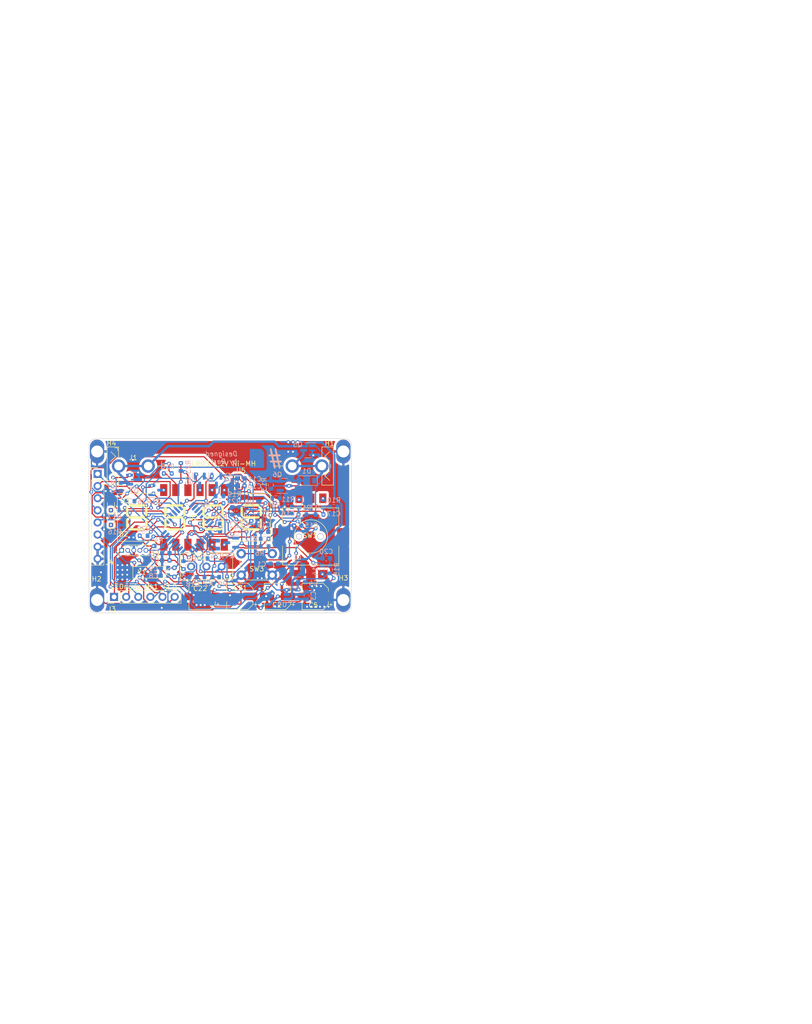
<source format=kicad_pcb>
(kicad_pcb (version 20211014) (generator pcbnew)
  (layers (0 "F.Cu" signal) (31 "B.Cu" signal) (34 "B.Paste" user) (35 "F.Paste" user) (36 "B.SilkS" user "B.Silkscreen") (37 "F.SilkS" user "F.Silkscreen") (38 "B.Mask" user) (39 "F.Mask" user) (44 "Edge.Cuts" user))
  (net 0 "")
  (net 1 "/INPUT")
  (net 2 "GND")
  (net 3 "Net-(C3-Pad1)")
  (net 4 "+3V3")
  (net 5 "Net-(C8-Pad1)")
  (net 6 "Net-(C9-Pad1)")
  (net 7 "Net-(C12-Pad1)")
  (net 8 "Net-(L1-Pad2)")
  (net 9 "/ENC2")
  (net 10 "/ENC1")
  (net 11 "/MODE")
  (net 12 "Net-(D1-Pad1)")
  (net 13 "Net-(D2-Pad1)")
  (net 14 "/SDA")
  (net 15 "/LED2")
  (net 16 "/SCL")
  (net 17 "Net-(D3-Pad1)")
  (net 18 "/ADC")
  (net 19 "/SYS_SWDCLK")
  (net 20 "/SYS_SWDIO")
  (net 21 "/SYS_RST")
  (net 22 "/Tx")
  (net 23 "/Rx")
  (net 24 "/DISP_0")
  (net 25 "/DISP_3")
  (net 26 "/BUTTON1")
  (net 27 "/BUTTON2")
  (net 28 "/DISP_D")
  (net 29 "/DISP_G")
  (net 30 "/DISP_1")
  (net 31 "Net-(Q1-Pad3)")
  (net 32 "/DISP_2")
  (net 33 "Net-(Q2-Pad3)")
  (net 34 "Net-(Q3-Pad3)")
  (net 35 "/DISP_A")
  (net 36 "Net-(Q4-Pad3)")
  (net 39 "Net-(Q6-Pad1)")
  (net 40 "Net-(Q6-Pad3)")
  (net 41 "Net-(R2-Pad1)")
  (net 42 "Net-(R6-Pad1)")
  (net 43 "/ENCODER_ACTIVE")
  (net 44 "Net-(R10-Pad2)")
  (net 45 "Net-(R11-Pad2)")
  (net 46 "Net-(R14-Pad1)")
  (net 48 "/DISP_C")
  (net 49 "/DISP_E")
  (net 50 "/DISP_DP")
  (net 51 "/DISP_B")
  (net 52 "/DISP_F")
  (net 53 "/BACKUP")
  (net 54 "Net-(R18-Pad2)")
  (net 55 "Net-(R19-Pad2)")
  (net 56 "Net-(R20-Pad2)")
  (net 57 "Net-(R21-Pad2)")
  (net 58 "Net-(R22-Pad2)")
  (net 59 "Net-(R23-Pad2)")
  (net 60 "Net-(R24-Pad2)")
  (net 61 "Net-(R25-Pad2)")
  (footprint "BartLib_Battery:BC-0401 AAA R3" (layer "F.Cu") (at 104 74.25)
    (fp_text reference "J1")
    (fp_text value "Ni-MH")
  )
  (footprint "BartLib_Encoder:EC11J12-15P30C-SW" (layer "F.Cu") (at 123 89 180)
    (fp_text reference "SW1")
    (fp_text value "EC11J12-15P30C-SW")
  )
  (footprint "BartLib_Pad:WirePad 4mm^2 Rect" (layer "F.Cu") (at 78.2 71.2)
    (fp_text reference "H4")
    (fp_text value "MountingHole_Pad")
  )
  (footprint "Capacitor_SMD:CP_Elec_5x4.5" (layer "F.Cu") (at 123.9 101.57 180)
    (fp_text reference "C5")
    (fp_text value "476")
  )
  (footprint "Connector_PinHeader_2.54mm:PinHeader_1x06_P2.54mm_Vertical" (layer "F.Cu") (at 81.75 101.65 90)
    (fp_text reference "J3")
    (fp_text value "GPIO1")
  )
  (footprint "Capacitor_SMD:CP_Elec_5x4.5" (layer "F.Cu") (at 108.1 101.55 180)
    (fp_text reference "C21")
    (fp_text value "476")
  )
  (footprint "BartLib_Pad:WirePad 4mm^2 Rect" (layer "F.Cu") (at 129.8 101.3)
    (fp_text reference "H3")
    (fp_text value "MountingHole_Pad")
  )
  (footprint "BartLib_Switch:MFP 120" (layer "F.Cu") (at 101.1 95.3 180)
    (fp_text reference "SW2")
    (fp_text value "MFP 120")
  )
  (footprint "Capacitor_SMD:CP_Elec_5x4.5" (layer "F.Cu") (at 116 101.57 180)
    (fp_text reference "C2")
    (fp_text value "476")
  )
  (footprint "Button_Switch_THT:SW_PUSH_6mm_H13mm" (layer "F.Cu") (at 114.9 97.1 180)
    (fp_text reference "SW3")
    (fp_text value "6x6 13")
  )
  (footprint "BartLib_Pad:WirePad 4mm^2 Rect" (layer "F.Cu") (at 129.8 71.2)
    (fp_text reference "H1")
    (fp_text value "MountingHole_Pad")
  )
  (footprint "Connector_PinHeader_2.54mm:PinHeader_1x08_P2.54mm_Vertical" (layer "F.Cu") (at 78.3 75.9)
    (fp_text reference "J4")
    (fp_text value "GPIO2")
  )
  (footprint "BartLib_Display:LED 7.2mm SMD" (layer "F.Cu") (at 98.5 85)
    (fp_text reference "U2")
    (fp_text value "AF-02841BMR-B")
  )
  (footprint "Crystal:Crystal_C26-LF_D2.1mm_L6.5mm_Horizontal" (layer "F.Cu") (at 94.4 95.55 -90)
    (fp_text reference "Y1")
    (fp_text value "32k768")
  )
  (footprint "Capacitor_SMD:CP_Elec_5x4.5" (layer "F.Cu") (at 100.2 101.55 180)
    (fp_text reference "C22")
    (fp_text value "476")
  )
  (footprint "Connector_PinHeader_1.27mm:PinHeader_1x05_P1.27mm_Vertical" (layer "F.Cu") (at 83.35 91.9 90)
    (fp_text reference "J2")
    (fp_text value "SWD")
  )
  (footprint "LED_SMD:LED_0603_1608Metric" (layer "F.Cu") (at 81.1 82.6875 90)
    (fp_text reference "D3")
    (fp_text value "LED1")
  )
  (footprint "Package_LGA:Bosch_LGA-8_2.5x2.5mm_P0.65mm_ClockwisePinNumbering" (layer "F.Cu") (at 108.312011 77.675)
    (fp_text reference "U5")
    (fp_text value "BME280")
  )
  (footprint "BartLib_Pad:WirePad 4mm^2 Rect" (layer "F.Cu") (at 78.2 101.3)
    (fp_text reference "H2")
    (fp_text value "MountingHole_Pad")
  )
  (footprint "LED_SMD:LED_0603_1608Metric" (layer "F.Cu") (at 81.1 85.7875 90)
    (fp_text reference "D2")
    (fp_text value "LED2")
  )
  (footprint "Resistor_SMD:R_0603_1608Metric" (layer "B.Cu") (at 125.5 82.1 90)
    (fp_text reference "R10")
    (fp_text value "220")
  )
  (footprint "Capacitor_SMD:C_0603_1608Metric" (layer "B.Cu") (at 92.6 94 180)
    (fp_text reference "C7")
    (fp_text value "105")
  )
  (footprint "Capacitor_SMD:C_0603_1608Metric" (layer "B.Cu") (at 92.3 97.2 180)
    (fp_text reference "C8")
    (fp_text value "100")
  )
  (footprint "Package_TO_SOT_SMD:SOT-23" (layer "B.Cu") (at 122.3625 70.95 180)
    (fp_text reference "Q5")
    (fp_text value "IRLML6346")
  )
  (footprint "Capacitor_SMD:C_0603_1608Metric" (layer "B.Cu") (at 92.6 92.5 180)
    (fp_text reference "C6")
    (fp_text value "104")
  )
  (footprint "Package_TO_SOT_SMD:SOT-23" (layer "B.Cu") (at 90.6 79.3)
    (fp_text reference "Q1")
    (fp_text value "PDTB113ET.215")
  )
  (footprint "Capacitor_SMD:C_0603_1608Metric" (layer "B.Cu") (at 127.8 82.8)
    (fp_text reference "C17")
    (fp_text value "104")
  )
  (footprint "Package_TO_SOT_SMD:SOT-23" (layer "B.Cu") (at 99.7 77.3 -90)
    (fp_text reference "Q2")
    (fp_text value "PDTB113ET.215")
  )
  (footprint "Resistor_SMD:R_0603_1608Metric" (layer "B.Cu") (at 93 75.8 180)
    (fp_text reference "R18")
    (fp_text value "470R")
  )
  (footprint "Capacitor_SMD:C_0603_1608Metric" (layer "B.Cu") (at 120.2 86.7 180)
    (fp_text reference "C15")
    (fp_text value "104")
  )
  (footprint "Capacitor_SMD:C_0603_1608Metric" (layer "B.Cu") (at 122.1 101.4 90)
    (fp_text reference "C3")
    (fp_text value "104")
  )
  (footprint "Resistor_SMD:R_0603_1608Metric" (layer "B.Cu") (at 81.9 83.5)
    (fp_text reference "R17")
    (fp_text value "1k")
  )
  (footprint "Capacitor_SMD:C_0603_1608Metric" (layer "B.Cu") (at 108.025 83.65 -90)
    (fp_text reference "C14")
    (fp_text value "105")
  )
  (footprint "Resistor_SMD:R_0603_1608Metric" (layer "B.Cu") (at 120.5 82.1 90)
    (fp_text reference "R11")
    (fp_text value "220")
  )
  (footprint "Capacitor_SMD:C_0603_1608Metric" (layer "B.Cu") (at 113.3 88)
    (fp_text reference "C19")
    (fp_text value "104")
  )
  (footprint "Resistor_SMD:R_0603_1608Metric" (layer "B.Cu") (at 121.225 84.4 180)
    (fp_text reference "R1")
    (fp_text value "10k")
  )
  (footprint "Resistor_SMD:R_0603_1608Metric" (layer "B.Cu") (at 127 95.9 90)
    (fp_text reference "R15")
    (fp_text value "MCU_INT")
  )
  (footprint "Package_TO_SOT_SMD:SOT-23" (layer "B.Cu") (at 106.3 90.3 180)
    (fp_text reference "Q4")
    (fp_text value "PDTB113ET.215")
  )
  (footprint "Capacitor_SMD:C_0603_1608Metric" (layer "B.Cu") (at 106.525 83.65 -90)
    (fp_text reference "C13")
    (fp_text value "104")
  )
  (footprint "Capacitor_SMD:C_0603_1608Metric" (layer "B.Cu") (at 118.225 82.8)
    (fp_text reference "C16")
    (fp_text value "104")
  )
  (footprint "Resistor_SMD:R_0603_1608Metric" (layer "B.Cu") (at 113.3 91.1 180)
    (fp_text reference "R6")
    (fp_text value "220R")
  )
  (footprint "Capacitor_SMD:C_0603_1608Metric" (layer "B.Cu") (at 115.325 94.7 180)
    (fp_text reference "C1")
    (fp_text value "105")
  )
  (footprint "Resistor_SMD:R_0603_1608Metric" (layer "B.Cu") (at 83.15 78.6 -90)
    (fp_text reference "R27")
    (fp_text value "0")
  )
  (footprint "Package_TO_SOT_SMD:SOT-23-6" (layer "B.Cu") (at 119.0375 101.15 180)
    (fp_text reference "U4")
    (fp_text value "AP1603")
  )
  (footprint "Resistor_SMD:R_0603_1608Metric" (layer "B.Cu") (at 124.8 84.4)
    (fp_text reference "R7")
    (fp_text value "10k")
  )
  (footprint "Resistor_SMD:R_0603_1608Metric" (layer "B.Cu") (at 103.85 82.05 180)
    (fp_text reference "R21")
    (fp_text value "470R")
  )
  (footprint "Capacitor_SMD:C_0603_1608Metric" (layer "B.Cu") (at 92.3 95.6 180)
    (fp_text reference "C9")
    (fp_text value "100")
  )
  (footprint "Capacitor_SMD:C_0603_1608Metric" (layer "B.Cu") (at 108.312011 76.875 180)
    (fp_text reference "C11")
    (fp_text value "104")
  )
  (footprint "Resistor_SMD:R_0603_1608Metric" (layer "B.Cu") (at 81.9 86.6)
    (fp_text reference "R16")
    (fp_text value "1k")
  )
  (footprint "Resistor_SMD:R_0603_1608Metric" (layer "B.Cu") (at 103.95 87.1 -90)
    (fp_text reference "R25")
    (fp_text value "470R")
  )
  (footprint "Package_TO_SOT_SMD:SOT-23" (layer "B.Cu") (at 117.4625 78.4)
    (fp_text reference "Q6")
    (fp_text value "BSS138")
  )
  (footprint "Package_LGA:LGA-12_2x2mm_P0.5mm" (layer "B.Cu") (at 110.125 83.65 180)
    (fp_text reference "U6")
    (fp_text value "LIS3MDL")
  )
  (footprint "Capacitor_SMD:C_0603_1608Metric" (layer "B.Cu") (at 126.2 93.6 180)
    (fp_text reference "C20")
    (fp_text value "104")
  )
  (footprint "Capacitor_SMD:C_0603_1608Metric" (layer "B.Cu") (at 121.025 98.6)
    (fp_text reference "C4")
    (fp_text value "105")
  )
  (footprint "Capacitor_SMD:C_0603_1608Metric" (layer "B.Cu") (at 98.3 97.5 180)
    (fp_text reference "C18")
    (fp_text value "104")
  )
  (footprint "Resistor_SMD:R_0603_1608Metric" (layer "B.Cu") (at 110.5 86.55 -90)
    (fp_text reference "R20")
    (fp_text value "470R")
  )
  (footprint "Resistor_SMD:R_0603_1608Metric" (layer "B.Cu") (at 100.5 93.6 180)
    (fp_text reference "R5")
    (fp_text value "4k7")
  )
  (footprint "Diode_SMD:D_SOD-123" (layer "B.Cu") (at 122.1 77.3 180)
    (fp_text reference "D1")
    (fp_text value "MBR0530")
  )
  (footprint "Package_TO_SOT_SMD:SOT-23" (layer "B.Cu") (at 85.95 77.1)
    (fp_text reference "Q7")
    (fp_text value "IRLML6346")
  )
  (footprint "Resistor_SMD:R_0603_1608Metric" (layer "B.Cu") (at 87.95 88.85 180)
    (fp_text reference "R22")
    (fp_text value "470R")
  )
  (footprint "Resistor_SMD:R_0603_1608Metric" (layer "B.Cu") (at 96.3 95 90)
    (fp_text reference "R3")
    (fp_text value "4k7")
  )
  (footprint "Capacitor_SMD:C_0603_1608Metric" (layer "B.Cu") (at 108.312011 78.375 180)
    (fp_text reference "C10")
    (fp_text value "104")
  )
  (footprint "Resistor_SMD:R_0603_1608Metric" (layer "B.Cu") (at 125.4 95.9 90)
    (fp_text reference "R14")
    (fp_text value "220R")
  )
  (footprint "Package_TO_SOT_SMD:SOT-23" (layer "B.Cu") (at 103.2 77.3 -90)
    (fp_text reference "Q3")
    (fp_text value "PDTB113ET.215")
  )
  (footprint "Capacitor_SMD:C_0603_1608Metric" (layer "B.Cu") (at 112.225 83.65 90)
    (fp_text reference "C12")
    (fp_text value "104")
  )
  (footprint "Resistor_SMD:R_0603_1608Metric" (layer "B.Cu") (at 91.075 91)
    (fp_text reference "R4")
    (fp_text value "10k")
  )
  (footprint "Resistor_SMD:R_0603_1608Metric" (layer "B.Cu") (at 103.85 80.55)
    (fp_text reference "R19")
    (fp_text value "470R")
  )
  (footprint "Resistor_SMD:R_0603_1608Metric" (layer "B.Cu") (at 113.3 89.5 180)
    (fp_text reference "R12")
    (fp_text value "MCU_INT")
  )
  (footprint "Resistor_SMD:R_0603_1608Metric" (layer "B.Cu") (at 114.6 78.2 90)
    (fp_text reference "R13")
    (fp_text value "0")
  )
  (footprint "Resistor_SMD:R_0603_1608Metric" (layer "B.Cu") (at 104.6 97.5 180)
    (fp_text reference "R9")
    (fp_text value "MCU_INT")
  )
  (footprint "Resistor_SMD:R_0603_1608Metric" (layer "B.Cu") (at 95.75 74.45 -90)
    (fp_text reference "R23")
    (fp_text value "470R")
  )
  (footprint "Resistor_SMD:R_0603_1608Metric" (layer "B.Cu") (at 101.525 97.5)
    (fp_text reference "R2")
    (fp_text value "220R")
  )
  (footprint "BartLib_Logo:number" (layer "B.Cu") (at 111.7 72.65 180)
    (fp_text reference "H5" hide)
    (fp_text value "Copy Number")
  )
  (footprint "Inductor_SMD:L_Abracon_ASPI-3012S" (layer "B.Cu") (at 120.15 95.9)
    (fp_text reference "L1")
    (fp_text value "22uH / WLPN303010M220PB")
  )
  (footprint "Resistor_SMD:R_0603_1608Metric" (layer "B.Cu") (at 85.2 81.6 180)
    (fp_text reference "R26")
    (fp_text value "100k")
  )
  (footprint "Package_QFP:LQFP-32_7x7mm_P0.8mm" (layer "B.Cu") (at 97.1 87.3 45)
    (fp_text reference "U1")
    (fp_text value "STM32G071KxT")
  )
  (footprint "Resistor_SMD:R_0603_1608Metric" (layer "B.Cu") (at 103.5 90.7 -90)
    (fp_text reference "R24")
    (fp_text value "470R")
  )
  (footprint "Resistor_SMD:R_0603_1608Metric" (layer "B.Cu") (at 115.675 81)
    (fp_text reference "R8")
    (fp_text value "1k")
  )
  (gr_line (start 104 68.5) (end 78 68.5) (layer "Edge.Cuts") (width 0.1))
  (gr_arc (start 130 68.5) (mid 131.06066 68.93934) (end 131.5 70) (layer "Edge.Cuts") (width 0.1))
  (gr_arc (start 78 105) (mid 76.93934 104.56066) (end 76.5 103.5) (layer "Edge.Cuts") (width 0.1))
  (gr_line (start 78 105) (end 130 105) (layer "Edge.Cuts") (width 0.1))
  (gr_arc (start 76.5 70) (mid 76.93934 68.93934) (end 78 68.5) (layer "Edge.Cuts") (width 0.1))
  (gr_line (start 76.5 70) (end 76.5 103.5) (layer "Edge.Cuts") (width 0.1))
  (gr_line (start 131.5 103.5) (end 131.5 70) (layer "Edge.Cuts") (width 0.1))
  (gr_arc (start 131.5 103.5) (mid 131.06066 104.56066) (end 130 105) (layer "Edge.Cuts") (width 0.1))
  (gr_line (start 104 68.5) (end 130 68.5) (layer "Edge.Cuts") (width 0.1))
  (gr_text "Designed\nby Bart" (at 107.75 72.5) (layer "B.SilkS") (effects (font (size 1 1) (thickness 0.15) italic) (justify left mirror)))
  (gr_text "LEDnode Mk1 v2.0" (at 88 99.5) (layer "F.SilkS") (effects (font (size 1 1))))
  (segment (start 116.07 101.57) (end 116.05 101.55) (width 0.5) (layer "F.Cu") (net 1))
  (segment (start 111.45 103.25) (end 111.45 102.7) (width 0.5) (layer "F.Cu") (net 1))
  (segment (start 116.9 98.95) (end 116.9 100.39) (width 0.5) (layer "F.Cu") (net 1))
  (segment (start 116.86 100.35) (end 118.08 101.57) (width 0.5) (layer "F.Cu") (net 1))
  (segment (start 111.45 102.7) (end 110.3 101.55) (width 0.5) (layer "F.Cu") (net 1))
  (segment (start 118.2 101.57) (end 116.07 101.57) (width 0.5) (layer "F.Cu") (net 1))
  (segment (start 112.2 104) (end 112.5 104) (width 0.5) (layer "F.Cu") (net 1))
  (segment (start 111.45 103.25) (end 112.2 104) (width 0.5) (layer "F.Cu") (net 1))
  (via (at 116.9 98.95) (size 0.8) (drill 0.4) (layers "F.Cu" "B.Cu") (net 1))
  (via (at 116.05 101.55) (size 0.8) (drill 0.4) (layers "F.Cu" "B.Cu") (net 1))
  (via (at 112.5 104) (size 0.8) (drill 0.4) (layers "F.Cu" "B.Cu") (net 1))
  (segment (start 82.7 75.7375) (end 85.0125 78.05) (width 0.5) (layer "B.Cu") (net 1))
  (segment (start 120.55 93.75) (end 122.15 93.75) (width 0.5) (layer "B.Cu") (net 1))
  (segment (start 113.25 103.25) (end 112.5 104) (width 0.5) (layer "B.Cu") (net 1))
  (segment (start 129.42452 82.291316) (end 127.90048 80.767276) (width 0.5) (layer "B.Cu") (net 1))
  (segment (start 119 95.9) (end 119 95.3) (width 0.5) (layer "B.Cu") (net 1))
  (segment (start 127.90048 80.767276) (end 127.90048 71.85048) (width 0.5) (layer "B.Cu") (net 1))
  (segment (start 122.484882 69.30048) (end 122.16298 69.622382) (width 0.5) (layer "B.Cu") (net 1))
  (segment (start 114.35 103.25) (end 113.25 103.25) (width 0.5) (layer "B.Cu") (net 1))
  (segment (start 122.15 93.75) (end 129.42452 86.47548) (width 0.5) (layer "B.Cu") (net 1))
  (segment (start 83.15 77.775) (end 84.7375 77.775) (width 0.5) (layer "B.Cu") (net 1))
  (segment (start 122.16298 69.622382) (end 122.16298 70.11298) (width 0.5) (layer "B.Cu") (net 1))
  (segment (start 82.7 74.25) (end 88.9 74.25) (width 0.5) (layer "B.Cu") (net 1))
  (segment (start 122.16298 70.11298) (end 122.15 70.1) (width 0.5) (layer "B.Cu") (net 1))
  (segment (start 117.8 94.7) (end 119 95.9) (width 0.5) (layer "B.Cu") (net 1))
  (segment (start 101.65 70.1) (end 93.05 70.1) (width 0.5) (layer "B.Cu") (net 1))
  (segment (start 119 95.3) (end 120.55 93.75) (width 0.5) (layer "B.Cu") (net 1))
  (segment (start 129.42452 86.47548) (end 129.42452 82.291316) (width 0.5) (layer "B.Cu") (net 1))
  (segment (start 93.05 70.1) (end 88.9 74.25) (width 0.5) (layer "B.Cu") (net 1))
  (segment (start 102.6 69.15) (end 101.65 70.1) (width 0.5) (layer "B.Cu") (net 1))
  (segment (start 119 95.9) (end 119 96.85) (width 0.5) (layer "B.Cu") (net 1))
  (segment (start 116.1 94.7) (end 117.8 94.7) (width 0.5) (layer "B.Cu") (net 1))
  (segment (start 122.15 70.1) (end 116.3 70.1) (width 0.5) (layer "B.Cu") (net 1))
  (segment (start 116.05 101.55) (end 114.35 103.25) (width 0.5) (layer "B.Cu") (net 1))
  (segment (start 116.3 70.1) (end 115.35 69.15) (width 0.5) (layer "B.Cu") (net 1))
  (segment (start 119 96.85) (end 116.9 98.95) (width 0.5) (layer "B.Cu") (net 1))
  (segment (start 115.35 69.15) (end 102.6 69.15) (width 0.5) (layer "B.Cu") (net 1))
  (segment (start 125.35048 69.30048) (end 122.484882 69.30048) (width 0.5) (layer "B.Cu") (net 1))
  (segment (start 127.90048 71.85048) (end 125.35048 69.30048) (width 0.5) (layer "B.Cu") (net 1))
  (segment (start 82.7 75.7375) (end 82.7 74.25) (width 0.5) (layer "B.Cu") (net 1))
  (segment (start 113.68 101.57) (end 113.68 101.55) (width 0.25) (layer "F.Cu") (net 2))
  (segment (start 120.62548 102.64452) (end 121.7 101.57) (width 0.25) (layer "F.Cu") (net 2))
  (segment (start 79 96.5) (end 78.2 97.3) (width 0.25) (layer "F.Cu") (net 2))
  (segment (start 112.25 99.95) (end 113.25 100.95) (width 0.25) (layer "F.Cu") (net 2))
  (segment (start 78.2 97.3) (end 78.2 101.3) (width 0.25) (layer "F.Cu") (net 2))
  (segment (start 114.77452 102.64452) (end 120.62548 102.64452) (width 0.25) (layer "F.Cu") (net 2))
  (segment (start 108 81) (end 113.453904 81) (width 0.25) (layer "F.Cu") (net 2))
  (segment (start 86.8 75.6) (end 86.8 74.0745) (width 0.25) (layer "F.Cu") (net 2))
  (segment (start 113.63 101.5) (end 114.77452 102.64452) (width 0.25) (layer "F.Cu") (net 2))
  (segment (start 79.651 87.5) (end 79.651 84.5) (width 0.25) (layer "F.Cu") (net 2))
  (segment (start 77.175489 84.175489) (end 77.935489 84.935489) (width 0.25) (layer "F.Cu") (net 2))
  (segment (start 107.337011 77.4) (end 107.412011 77.475) (width 0.25) (layer "F.Cu") (net 2))
  (segment (start 77.175489 80.514211) (end 77.175489 84.175489) (width 0.25) (layer "F.Cu") (net 2))
  (segment (start 112.35 83) (end 112.225 82.875) (width 0.25) (layer "F.Cu") (net 2))
  (segment (start 79.924511 103.024511) (end 83.475489 103.024511) (width 0.25) (layer "F.Cu") (net 2))
  (segment (start 113.453904 81) (end 114.174511 81.720607) (width 0.25) (layer "F.Cu") (net 2))
  (segment (start 107.412011 77.475) (end 107.987011 78.05) (width 0.25) (layer "F.Cu") (net 2))
  (segment (start 83.475489 103.024511) (end 83.5 103) (width 0.25) (layer "F.Cu") (net 2))
  (segment (start 105.9 101.55) (end 105.9 101.4755) (width 0.25) (layer "F.Cu") (net 2))
  (segment (start 79.215511 84.935489) (end 79.651 84.5) (width 0.25) (layer "F.Cu") (net 2))
  (segment (start 114.174511 81.720607) (end 114.174511 82.825489) (width 0.25) (layer "F.Cu") (net 2))
  (segment (start 86.8 74.0745) (end 85.7 72.9745) (width 0.25) (layer "F.Cu") (net 2))
  (segment (start 108.4 97.1) (end 111.25 99.95) (width 0.25) (layer "F.Cu") (net 2))
  (segment (start 114.174511 82.825489) (end 114 83) (width 0.25) (layer "F.Cu") (net 2))
  (segment (start 107.337011 76.65) (end 107.337011 77.4) (width 0.25) (layer "F.Cu") (net 2))
  (segment (start 78.2 101.3) (end 79.924511 103.024511) (width 0.25) (layer "F.Cu") (net 2))
  (segment (start 77.935489 84.935489) (end 79.215511 84.935489) (width 0.25) (layer "F.Cu") (net 2))
  (segment (start 111.25 99.95) (end 112.25 99.95) (width 0.25) (layer "F.Cu") (net 2))
  (segment (start 112 86) (end 113.6745 86) (width 0.25) (layer "F.Cu") (net 2))
  (segment (start 79.644511 79.855489) (end 77.834211 79.855489) (width 0.25) (layer "F.Cu") (net 2))
  (segment (start 105.9 101.4755) (end 106.05 101.3255) (width 0.25) (layer "F.Cu") (net 2))
  (segment (start 80 79.5) (end 79.644511 79.855489) (width 0.25) (layer "F.Cu") (net 2))
  (segment (start 107.987011 78.05) (end 107.987011 78.7) (width 0.25) (layer "F.Cu") (net 2))
  (segment (start 114 83) (end 112.35 83) (width 0.25) (layer "F.Cu") (net 2))
  (segment (start 117.25 83) (end 117.5 82.75) (width 0.25) (layer "F.Cu") (net 2))
  (segment (start 90.724194 100.224194) (end 92.549694 100.224194) (width 0.25) (layer "F.Cu") (net 2))
  (segment (start 88.5 98) (end 90.724194 100.224194) (width 0.25) (layer "F.Cu") (net 2))
  (segment (start 114 83) (end 117.25 83) (width 0.25) (layer "F.Cu") (net 2))
  (segment (start 113.25 100.95) (end 114.95 100.95) (width 0.25) (layer "F.Cu") (net 2))
  (segment (start 77.834211 79.855489) (end 77.175489 80.514211) (width 0.25) (layer "F.Cu") (net 2))
  (via (at 82.5 98) (size 0.8) (drill 0.4) (layers "F.Cu" "B.Cu") (net 2))
  (via (at 79 96.5) (size 0.8) (drill 0.4) (layers "F.Cu" "B.Cu") (net 2))
  (via (at 84.9 89.2) (size 0.8) (drill 0.4) (layers "F.Cu" "B.Cu") (net 2))
  (via (at 98.45 101.25) (size 0.8) (drill 0.4) (layers "F.Cu" "B.Cu") (net 2))
  (via (at 107.412011 77.475) (size 0.8) (drill 0.4) (layers "F.Cu" "B.Cu") (net 2))
  (via (at 85.7 72.9745) (size 0.8) (drill 0.4) (layers "F.Cu" "B.Cu") (net 2))
  (via (at 113.6745 86) (size 0.8) (drill 0.4) (layers "F.Cu" "B.Cu") (net 2))
  (via (at 119.5 86.75) (size 0.8) (drill 0.4) (layers "F.Cu" "B.Cu") (net 2))
  (via (at 79.651 87.5) (size 0.8) (drill 0.4) (layers "F.Cu" "B.Cu") (net 2))
  (via (at 96.5 97.8255) (size 0.8) (drill 0.4) (layers "F.Cu" "B.Cu") (net 2))
  (via (at 83.5 98) (size 0.8) (drill 0.4) (layers "F.Cu" "B.Cu") (net 2))
  (via (at 119.25 71.25) (size 0.8) (drill 0.4) (layers "F.Cu" "B.Cu") (net 2))
  (via (at 88.5 98) (size 0.8) (drill 0.4) (layers "F.Cu" "B.Cu") (net 2))
  (via (at 86.85 96.55) (size 0.8) (drill 0.4) (layers "F.Cu" "B.Cu") (net 2))
  (via (at 112.7 97.75) (size 0.8) (drill 0.4) (layers "F.Cu" "B.Cu") (net 2))
  (via (at 84.5 98) (size 0.8) (drill 0.4) (layers "F.Cu" "B.Cu") (net 2))
  (via (at 113.63 101.5) (size 0.8) (drill 0.4) (layers "F.Cu" "B.Cu") (net 2))
  (via (at 114.95 100.95) (size 0.8) (drill 0.4) (layers "F.Cu" "B.Cu") (net 2))
  (via (at 79.651 84.5) (size 0.8) (drill 0.4) (layers "F.Cu" "B.Cu") (net 2))
  (via (at 125.1 99.4) (size 0.8) (drill 0.4) (layers "F.Cu" "B.Cu") (net 2))
  (via (at 83.5 97) (size 0.8) (drill 0.4) (layers "F.Cu" "B.Cu") (net 2))
  (via (at 124 103.7) (size 0.8) (drill 0.4) (layers "F.Cu" "B.Cu") (net 2))
  (via (at 83.5 96) (size 0.8) (drill 0.4) (layers "F.Cu" "B.Cu") (net 2))
  (via (at 97.7 100.7) (size 0.8) (drill 0.4) (layers "F.Cu" "B.Cu") (net 2))
  (via (at 106.05 101.3255) (size 0.8) (drill 0.4) (layers "F.Cu" "B.Cu") (net 2))
  (via (at 123.7 100.25) (size 0.8) (drill 0.4) (layers "F.Cu" "B.Cu") (net 2))
  (via (at 117.5 82.75) (size 0.8) (drill 0.4) (layers "F.Cu" "B.Cu") (net 2))
  (via (at 124.2 99.4) (size 0.8) (drill 0.4) (layers "F.Cu" "B.Cu") (net 2))
  (via (at 83.5 95) (size 0.8) (drill 0.4) (layers "F.Cu" "B.Cu") (net 2))
  (via (at 118.25 71.25) (size 0.8) (drill 0.4) (layers "F.Cu" "B.Cu") (net 2))
  (via (at 84.5 97) (size 0.8) (drill 0.4) (layers "F.Cu" "B.Cu") (net 2))
  (via (at 119.25 69.25) (size 0.8) (drill 0.4) (layers "F.Cu" "B.Cu") (net 2))
  (via (at 112.225 82.875) (size 0.8) (drill 0.4) (layers "F.Cu" "B.Cu") (net 2))
  (via (at 123.5 72) (size 0.8) (drill 0.4) (layers "F.Cu" "B.Cu") (net 2))
  (via (at 87.25 95.75) (size 0.8) (drill 0.4) (layers "F.Cu" "B.Cu") (net 2))
  (via (at 84.5 96) (size 0.8) (drill 0.4) (layers "F.Cu" "B.Cu") (net 2))
  (via (at 81 79.5) (size 0.8) (drill 0.4) (layers "F.Cu" "B.Cu") (net 2))
  (via (at 123.25 99.4) (size 0.8) (drill 0.4) (layers "F.Cu" "B.Cu") (net 2))
  (via (at 112.25 99.95) (size 0.8) (drill 0.4) (layers "F.Cu" "B.Cu") (net 2))
  (via (at 125.8 103.7) (size 0.8) (drill 0.4) (layers "F.Cu" "B.Cu") (net 2))
  (via (at 86.8 75.6) (size 0.8) (drill 0.4) (layers "F.Cu" "B.Cu") (net 2))
  (via (at 124.9 103.7) (size 0.8) (drill 0.4) (layers "F.Cu" "B.Cu") (net 2))
  (via (at 111.85 97.75) (size 0.8) (drill 0.4) (layers "F.Cu" "B.Cu") (net 2))
  (via (at 118.25 69.25) (size 0.8) (drill 0.4) (layers "F.Cu" "B.Cu") (net 2))
  (via (at 108 81) (size 0.8) (drill 0.4) (layers "F.Cu" "B.Cu") (net 2))
  (via (at 84.5 95) (size 0.8) (drill 0.4) (layers "F.Cu" "B.Cu") (net 2))
  (via (at 85.8 89.2) (size 0.8) (drill 0.4) (layers "F.Cu" "B.Cu") (net 2))
  (via (at 126.7 103.7) (size 0.8) (drill 0.4) (layers "F.Cu" "B.Cu") (net 2))
  (via (at 100.75 103.35) (size 0.8) (drill 0.4) (layers "F.Cu" "B.Cu") (net 2))
  (via (at 80 79.5) (size 0.8) (drill 0.4) (layers "F.Cu" "B.Cu") (net 2))
  (via (at 99.9 103.35) (size 0.8) (drill 0.4) (layers "F.Cu" "B.Cu") (net 2))
  (via (at 123.1 103.7) (size 0.8) (drill 0.4) (layers "F.Cu" "B.Cu") (net 2))
  (via (at 82.5 97) (size 0.8) (drill 0.4) (layers "F.Cu" "B.Cu") (net 2))
  (via (at 92.549694 100.224194) (size 0.8) (drill 0.4) (layers "F.Cu" "B.Cu") (net 2))
  (via (at 116.3 103.6) (size 0.8) (drill 0.4) (layers "F.Cu" "B.Cu") (net 2))
  (via (at 82.5 95) (size 0.8) (drill 0.4) (layers "F.Cu" "B.Cu") (net 2))
  (via (at 99.05 103.35) (size 0.8) (drill 0.4) (layers "F.Cu" "B.Cu") (net 2))
  (via (at 122.2 103.7) (size 0.8) (drill 0.4) (layers "F.Cu" "B.Cu") (net 2))
  (via (at 115.45 103.6) (size 0.8) (drill 0.4) (layers "F.Cu" "B.Cu") (net 2))
  (via (at 112 86) (size 0.8) (drill 0.4) (layers "F.Cu" "B.Cu") (net 2))
  (via (at 91.75 103.95) (size 0.8) (drill 0.4) (layers "F.Cu" "B.Cu") (net 2))
  (via (at 114 83) (size 0.8) (drill 0.4) (layers "F.Cu" "B.Cu") (net 2))
  (via (at 120.25 69.25) (size 0.8) (drill 0.4) (layers "F.Cu" "B.Cu") (net 2))
  (via (at 82.5 96) (size 0.8) (drill 0.4) (layers "F.Cu" "B.Cu") (net 2))
  (segment (start 91.825 94) (end 91.825 95.3) (width 0.5) (layer "B.Cu") (net 2))
  (segment (start 91.75 103.95) (end 93.034511 102.665489) (width 0.25) (layer "B.Cu") (net 2))
  (segment (start 77 72.4) (end 78.2 71.2) (width 0.25) (layer "B.Cu") (net 2))
  (segment (start 110.375 83.299022) (end 110.375 82.8875) (width 0.25) (layer "B.Cu") (net 2))
  (segment (start 110.8745 101.3255) (end 106.05 101.3255) (width 0.25) (layer "B.Cu") (net 2))
  (segment (start 110.274022 83.4) (end 110.375 83.299022) (width 0.25) (layer "B.Cu") (net 2))
  (segment (start 80 79.5) (end 79.935489 79.564511) (width 0.25) (layer "B.Cu") (net 2))
  (segment (start 123.4 71.9) (end 123.5 72) (width 0.25) (layer "B.Cu") (net 2))
  (segment (start 91.825 95.3) (end 91.525 95.6) (width 0.5) (layer "B.Cu") (net 2))
  (segment (start 107.537011 76.875) (end 107.537011 77.35) (width 0.25) (layer "B.Cu") (net 2))
  (segment (start 106.5 98) (end 107.5 98) (width 0.25) (layer "B.Cu") (net 2))
  (segment (start 104.3 96.5) (end 104.55 96.75) (width 0.25) (layer "B.Cu") (net 2))
  (segment (start 90.725 98) (end 88.5 98) (width 0.25) (layer "B.Cu") (net 2))
  (segment (start 123.3 71.9) (end 123.4 71.9) (width 0.25) (layer "B.Cu") (net 2))
  (segment (start 110.8875 83.4) (end 111.7 83.4) (width 0.25) (layer "B.Cu") (net 2))
  (segment (start 107.412011 80.22452) (end 108 80.812509) (width 0.25) (layer "B.Cu") (net 2))
  (segment (start 112.25 99.95) (end 110.8745 101.3255) (width 0.25) (layer "B.Cu") (net 2))
  (segment (start 93.034511 102.665489) (end 93.034511 100.709011) (width 0.25) (layer "B.Cu") (net 2))
  (segment (start 107.412011 77.475) (end 107.412011 80.22452) (width 0.25) (layer "B.Cu") (net 2))
  (segment (start 91.525 97.2) (end 90.725 98) (width 0.25) (layer "B.Cu") (net 2))
  (segment (start 110.8875 83.4) (end 110.274022 83.4) (width 0.25) (layer "B.Cu") (net 2))
  (segment (start 111.7 83.4) (end 112.225 82.875) (width 0.25) (layer "B.Cu") (net 2))
  (segment (start 97.525 97.5) (end 96.8255 97.5) (width 0.25) (layer "B.Cu") (net 2))
  (segment (start 113.5 85.8255) (end 113.5 83.5) (width 0.25) (layer "B.Cu") (net 2))
  (segment (start 104.3 95.3) (end 104.3 96.5) (width 0.25) (layer "B.Cu") (net 2))
  (segment (start 113.5 83.5) (end 114 83) (width 0.25) (layer "B.Cu") (net 2))
  (segment (start 104.55 96.75) (end 104.55 97.755) (width 0.25) (layer "B.Cu") (net 2))
  (segment (start 107.537011 77.6) (end 107.412011 77.475) (width 0.25) (layer "B.Cu") (net 2))
  (segment (start 105.278928 98.5) (end 106 98.5) (width 0.25) (layer "B.Cu") (net 2))
  (segment (start 104.55 97.755) (end 104.541964 97.763036) (width 0.25) (layer "B.Cu") (net 2))
  (segment (start 78.3 95.8) (end 79 96.5) (width 0.25) (layer "B.Cu") (net 2))
  (segment (start 82.725 86.6) (end 81.825 87.5) (width 0.25) (layer "B.Cu") (net 2))
  (segment (start 104.541964 97.763036) (end 105.278928 98.5) (width 0.25) (layer "B.Cu") (net 2))
  (segment (start 77 78.7303) (end 77 72.4) (width 0.25) (layer "B.Cu") (net 2))
  (segment (start 108.025 84.539028) (end 109.885492 86.39952) (width 0.25) (layer "B.Cu") (net 2))
  (segment (start 96.8255 97.5) (end 96.5 97.8255) (width 0.25) (layer "B.Cu") (net 2))
  (segment (start 92.975481 90.858833) (end 92.975481 91.349519) (width 0.25) (layer "B.Cu") (net 2))
  (segment (start 93.034511 100.709011) (end 92.549694 100.224194) (width 0.25) (layer "B.Cu") (net 2))
  (segment (start 110.8875 83.9) (end 110.8875 83.4) (width 0.25) (layer "B.Cu") (net 2))
  (segment (start 108.025 84.425) (end 108.025 84.539028) (width 0.25) (layer "B.Cu") (net 2))
  (segment (start 108 80.812509) (end 108 81) (width 0.25) (layer "B.Cu") (net 2))
  (segment (start 109.3625 83.4) (end 110.274022 83.4) (width 0.25) (layer "B.Cu") (net 2))
  (segment (start 107.5 98) (end 108.4 97.1) (width 0.25) (layer "B.Cu") (net 2))
  (segment (start 113.6745 86) (end 113.5 85.8255) (width 0.25) (layer "B.Cu") (net 2))
  (segment (start 121.575 101.15) (end 122.1 100.625) (width 0.5) (layer "B.Cu") (net 2))
  (segment (start 107.537011 77.35) (end 107.412011 77.475) (width 0.25) (layer "B.Cu") (net 2))
  (segment (start 79.935489 79.564511) (end 77.834211 79.564511) (width 0.25) (layer "B.Cu") (net 2))
  (segment (start 77.834211 79.564511) (end 77 78.7303) (width 0.25) (layer "B.Cu") (net 2))
  (segment (start 109.885492 86.39952) (end 111.60048 86.39952) (width 0.25) (layer "B.Cu") (net 2))
  (segment (start 92.975481 91.349519) (end 91.825 92.5) (width 0.25) (layer "B.Cu") (net 2))
  (segment (start 120.175 101.15) (end 121.575 101.15) (width 0.5) (layer "B.Cu") (net 2))
  (segment (start 81.825 87.5) (end 79.651 87.5) (width 0.25) (layer "B.Cu") (net 2))
  (segment (start 111.60048 86.39952) (end 112 86) (width 0.25) (layer "B.Cu") (net 2))
  (segment (start 107.537011 78.375) (end 107.537011 77.6) (width 0.25) (layer "B.Cu") (net 2))
  (segment (start 106 98.5) (end 106.5 98) (width 0.25) (layer "B.Cu") (net 2))
  (segment (start 93.864986 89.969328) (end 92.975481 90.858833) (width 0.25) (layer "B.Cu") (net 2))
  (segment (start 78.3 93.68) (end 78.3 95.8) (width 0.25) (layer "B.Cu") (net 2))
  (segment (start 120.175 102.1) (end 122.025 102.1) (width 0.5) (layer "B.Cu") (net 3))
  (segment (start 122.025 102.1) (end 122.1 102.175) (width 0.5) (layer "B.Cu") (net 3))
  (segment (start 108.8 90.725) (end 108.5 90.425) (width 0.25) (layer "F.Cu") (net 4))
  (segment (start 90.5 94.35) (end 90.15 94) (width 0.25) (layer "F.Cu") (net 4))
  (segment (start 89.35 93.2) (end 89.35 91.65) (width 0.25) (layer "F.Cu") (net 4))
  (segment (start 90.15 94) (end 94.475 94) (width 0.25) (layer "F.Cu") (net 4))
  (segment (start 105.398056 97.348056) (end 105.398056 99.622576) (width 0.25) (layer "F.Cu") (net 4))
  (segment (start 107.987011 76.974022) (end 108.512989 77.5) (width 0.25) (layer "F.Cu") (net 4))
  (segment (start 90.5 94.75) (end 90.5 94.35) (width 0.25) (layer "F.Cu") (net 4))
  (segment (start 112.625 91) (end 109.3 91) (width 0.25) (layer "F.Cu") (net 4))
  (segment (start 84.5 90.05) (end 83.35 91.2) (width 0.25) (layer "F.Cu") (net 4))
  (segment (start 98.325489 98.046107) (end 98.325489 98.224511) (width 0.25) (layer "F.Cu") (net 4))
  (segment (start 87.8 78.7) (end 89.3125 78.7) (width 0.25) (layer "F.Cu") (net 4))
  (segment (start 120.4 100.1) (end 118 100.1) (width 0.5) (layer "F.Cu") (net 4))
  (segment (start 107.361522 79.224511) (end 108.4625 79.224511) (width 0.25) (layer "F.Cu") (net 4))
  (segment (start 88.65 91) (end 87.7 90.05) (width 0.25) (layer "F.Cu") (net 4))
  (segment (start 109.287011 78.575) (end 109.087011 78.375) (width 0.25) (layer "F.Cu") (net 4))
  (segment (start 98.720607 97.650989) (end 98.325489 98.046107) (width 0.25) (layer "F.Cu") (net 4))
  (segment (start 107.337011 79.2) (end 107.361522 79.224511) (width 0.25) (layer "F.Cu") (net 4))
  (segment (start 108.637011 79.05) (end 108.637011 78.7) (width 0.25) (layer "F.Cu") (net 4))
  (segment (start 102.4 100.67598) (end 102.85 100.22598) (width 0.25) (layer "F.Cu") (net 4))
  (segment (start 99.400989 97.650989) (end 98.720607 97.650989) (width 0.25) (layer "F.Cu") (net 4))
  (segment (start 107.987011 76.65) (end 107.987011 76.974022) (width 0.25) (layer "F.Cu") (net 4))
  (segment (start 112.625 91) (end 114.125 89.5) (width 0.25) (layer "F.Cu") (net 4))
  (segment (start 102.4 101.55) (end 102.4 100.67598) (width 0.25) (layer "F.Cu") (net 4))
  (segment (start 100.275 98.525) (end 99.400989 97.650989) (width 0.25) (layer "F.Cu") (net 4))
  (segment (start 109.025 90.725) (end 108.8 90.725) (width 0.25) (layer "F.Cu") (net 4))
  (segment (start 94.475 94) (end 96.3 95.825) (width 0.25) (layer "F.Cu") (net 4))
  (segment (start 90 91) (end 88.65 91) (width 0.25) (layer "F.Cu") (net 4))
  (segment (start 109.287011 78.7) (end 108.637011 78.7) (width 0.25) (layer "F.Cu") (net 4))
  (segment (start 101.15 100.4) (end 100.275 99.525) (width 0.25) (layer "F.Cu") (net 4))
  (segment (start 118 100.1) (end 117.9 100.2) (width 0.5) (layer "F.Cu") (net 4))
  (segment (start 98.325489 98.224511) (end 98.049989 98.500011) (width 0.25) (layer "F.Cu") (net 4))
  (segment (start 89.35 91.65) (end 90 91) (width 0.25) (layer "F.Cu") (net 4))
  (segment (start 105.398056 99.622576) (end 105.97598 100.2005) (width 0.25) (layer "F.Cu") (net 4))
  (segment (start 83.35 91.2) (end 83.35 91.9) (width 0.25) (layer "F.Cu") (net 4))
  (segment (start 81.825489 93.424511) (end 83.35 91.9) (width 0.25) (layer "F.Cu") (net 4))
  (segment (start 108.512989 77.5) (end 109.087011 77.5) (width 0.25) (layer "F.Cu") (net 4))
  (segment (start 98.049989 98.500011) (end 94.250011 98.500011) (width 0.25) (layer "F.Cu") (net 4))
  (segment (start 108.4625 79.224511) (end 108.637011 79.05) (width 0.25) (layer "F.Cu") (net 4))
  (segment (start 87.7 90.05) (end 84.5 90.05) (width 0.25) (layer "F.Cu") (net 4))
  (segment (start 94.250011 98.500011) (end 90.5 94.75) (width 0.25) (layer "F.Cu") (net 4))
  (segment (start 81.825489 101.425489) (end 81.825489 93.424511) (width 0.25) (layer "F.Cu") (net 4))
  (segment (start 126.1 99.41) (end 127.77 97.74) (width 0.25) (layer "F.Cu") (net 4))
  (segment (start 107.337011 78.7) (end 107.337011 79.2) (width 0.25) (layer "F.Cu") (net 4))
  (segment (start 109.287011 78.7) (end 109.287011 78.575) (width 0.25) (layer "F.Cu") (net 4))
  (segment (start 90.15 94) (end 89.35 93.2) (width 0.25) (layer "F.Cu") (net 4))
  (segment (start 102.67598 100.4) (end 101.15 100.4) (width 0.25) (layer "F.Cu") (net 4))
  (segment (start 126.1 101.57) (end 126.1 99.41) (width 0.25) (layer "F.Cu") (net 4))
  (segment (start 109.3 91) (end 109.025 90.725) (width 0.25) (layer "F.Cu") (net 4))
  (segment (start 100.275 99.525) (end 100.275 98.525) (width 0.25) (layer "F.Cu") (net 4))
  (segment (start 89.3125 78.7) (end 89.6625 78.35) (width 0.25) (layer "F.Cu") (net 4))
  (via (at 89.6625 78.35) (size 0.8) (drill 0.4) (layers "F.Cu" "B.Cu") (net 4))
  (via (at 93.375 94) (size 0.8) (drill 0.4) (layers "F.Cu" "B.Cu") (net 4))
  (via (at 120.4 100.1) (size 0.8) (drill 0.4) (layers "F.Cu" "B.Cu") (net 4))
  (via (at 87.8 78.7) (size 0.8) (drill 0.4) (layers "F.Cu" "B.Cu") (net 4))
  (via (at 96.3 95.825) (size 0.8) (drill 0.4) (layers "F.Cu" "B.Cu") (net 4))
  (via (at 114.125 89.5) (size 0.8) (drill 0.4) (layers "F.Cu" "B.Cu") (net 4))
  (via (at 109.087011 78.375) (size 0.8) (drill 0.4) (layers "F.Cu" "B.Cu") (net 4))
  (via (at 105.398056 97.348056) (size 0.8) (drill 0.4) (layers "F.Cu" "B.Cu") (net 4))
  (via (at 109.087011 77.5) (size 0.8) (drill 0.4) (layers "F.Cu" "B.Cu") (net 4))
  (via (at 108.5 90.425) (size 0.8) (drill 0.4) (layers "F.Cu" "B.Cu") (net 4))
  (via (at 117.9 100.2) (size 0.8) (drill 0.4) (layers "F.Cu" "B.Cu") (net 4))
  (via (at 102.85 100.22598) (size 0.8) (drill 0.4) (layers "F.Cu" "B.Cu") (net 4))
  (via (at 90 91) (size 0.8) (drill 0.4) (layers "F.Cu" "B.Cu") (net 4))
  (via (at 105.97598 100.2005) (size 0.8) (drill 0.4) (layers "F.Cu" "B.Cu") (net 4))
  (via (at 127.77 97.74) (size 0.8) (drill 0.4) (layers "F.Cu" "B.Cu") (net 4))
  (segment (start 102.725119 77.37452) (end 103.737139 76.3625) (width 0.25) (layer "B.Cu") (net 4))
  (segment (start 97.600969 76.825489) (end 98.249639 77.474159) (width 0.25) (layer "B.Cu") (net 4))
  (segment (start 104.15 76.3625) (end 104.38702 76.12548) (width 0.25) (layer "B.Cu") (net 4))
  (segment (start 103.737139 76.3625) (end 104.15 76.3625) (width 0.25) (layer "B.Cu") (net 4))
  (segment (start 127 96.725) (end 126.546072 96.725) (width 0.25) (layer "B.Cu") (net 4))
  (segment (start 90.25 91) (end 90 91) (width 0.25) (layer "B.Cu") (net 4))
  (segment (start 120.25 100.125) (end 120.175 100.2) (width 0.5) (layer "B.Cu") (net 4))
  (segment (start 116.85048 85.14952) (end 121.30048 85.14952) (width 0.25) (layer "B.Cu") (net 4))
  (segment (start 114.59 99) (end 115.79 100.2) (width 0.25) (layer "B.Cu") (net 4))
  (segment (start 115.5 86.5) (end 116.85048 85.14952) (width 0.25) (layer "B.Cu") (net 4))
  (segment (start 91.187011 76.825489) (end 97.600969 76.825489) (width 0.25) (layer "B.Cu") (net 4))
  (segment (start 126.974511 72.974511) (end 124 70) (width 0.25) (layer "B.Cu") (net 4))
  (segment (start 106.525 82.875) (end 108.025 82.875) (width 0.25) (layer "B.Cu") (net 4))
  (segment (start 105.425 94.8347) (end 105.425 97.5) (width 0.25) (layer "B.Cu") (net 4))
  (segment (start 115.79 100.2) (end 117.9 100.2) (width 0.25) (layer "B.Cu") (net 4))
  (segment (start 123.975 84.4) (end 123.975 78.674022) (width 0.25) (layer "B.Cu") (net 4))
  (segment (start 109.3625 82.9) (end 108.05 82.9) (width 0.25) (layer "B.Cu") (net 4))
  (segment (start 120.175 100.2) (end 120.3 100.2) (width 0.5) (layer "B.Cu") (net 4))
  (segment (start 105.77548 84.856907) (end 106.068093 85.14952) (width 0.25) (layer "B.Cu") (net 4))
  (segment (start 105.425 97.375) (end 105.398056 97.348056) (width 0.25) (layer "B.Cu") (net 4))
  (segment (start 109.824511 84.849511) (end 108.900489 84.849511) (width 0.25) (layer "B.Cu") (net 4))
  (segment (start 120.99952 97.85048) (end 120.25 98.6) (width 0.25) (layer "B.Cu") (net 4))
  (segment (start 126.974511 75.674511) (end 126.974511 72.974511) (width 0.25) (layer "B.Cu") (net 4))
  (segment (start 109.875 84.4125) (end 109.875 84.799022) (width 0.25) (layer "B.Cu") (net 4))
  (segment (start 120.975 85.475) (end 122.05 84.4) (width 0.25) (layer "B.Cu") (net 4))
  (segment (start 100.65 76.3625) (end 101.66202 77.37452) (width 0.25) (layer "B.Cu") (net 4))
  (segment (start 125.420592 97.85048) (end 120.99952 97.85048) (width 0.25) (layer "B.Cu") (net 4))
  (segment (start 101.900489 94.175489) (end 104.524511 94.175489) (width 0.25) (layer "B.Cu") (net 4))
  (segment (start 109.875 84.799022) (end 109.824511 84.849511) (width 0.25) (layer "B.Cu") (net 4))
  (segment (start 108.025 82.875) (end 108.900489 83.750489) (width 0.25) (layer "B.Cu") (net 4))
  (segment (start 108.5 87.5) (end 108.5 90.425) (width 0.25) (layer "B.Cu") (net 4))
  (segment (start 126.546072 96.725) (end 125.420592 97.85048) (width 0.25) (layer "B.Cu") (net 4))
  (segment (start 104.524511 94.175489) (end 104.765789 94.175489) (width 0.25) (layer "B.Cu") (net 4))
  (segment (start 106.14952 85.14952) (end 108.5 87.5) (width 0.25) (layer "B.Cu") (net 4))
  (segment (start 108.900489 84.849511) (end 108.900489 83.750489) (width 0.25) (layer "B.Cu") (net 4))
  (segment (start 120.975 86.7) (end 120.975 85.475) (width 0.25) (layer "B.Cu") (net 4))
  (segment (start 109.087011 81.812989) (end 109.087011 78.375) (width 0.25) (layer "B.Cu") (net 4))
  (segment (start 86.025 81.6) (end 87.8 79.825) (width 0.25) (layer "B.Cu") (net 4))
  (segment (start 123.975 78.674022) (end 126.974511 75.674511) (width 0.25) (layer "B.Cu") (net 4))
  (segment (start 93.375 92.5) (end 93.375 94) (width 0.25) (layer "B.Cu") (net 4))
  (segment (start 98.249639 77.474159) (end 99.12548 77.474159) (width 0.25) (layer "B.Cu") (net 4))
  (segment (start 120.25 98.6) (end 120.25 100.125) (width 0.5) (layer "B.Cu") (net 4))
  (segment (start 93.375 91.590686) (end 94.430672 90.535014) (width 0.25) (layer "B.Cu") (net 4))
  (segment (start 106.068093 85.14952) (end 106.14952 85.14952) (width 0.25) (layer "B.Cu") (net 4))
  (segment (start 105.77548 83.62452) (end 105.77548 84.856907) (width 0.25) (layer "B.Cu") (net 4))
  (segment (start 101.325 93.6) (end 101.900489 94.175489) (width 0.25) (layer "B.Cu") (net 4))
  (segment (start 124 70) (end 123.3 70) (width 0.25) (layer "B.Cu") (net 4))
  (segment (start 127.77 97.74) (end 127.77 97.495) (width 0.25) (layer "B.Cu") (net 4))
  (segment (start 102.85 100.22598) (end 105.77402 100.22598) (width 0.25) (layer "B.Cu") (net 4))
  (segment (start 123.975 84.4) (end 122.05 84.4) (width 0.25) (layer "B.Cu") (net 4))
  (segment (start 93.375 92.5) (end 93.375 91.590686) (width 0.25) (layer "B.Cu") (net 4))
  (segment (start 127.77 97.495) (end 127 96.725) (width 0.25) (layer "B.Cu") (net 4))
  (segment (start 112.034994 99) (end 114.59 99) (width 0.25) (layer "B.Cu") (net 4))
  (segment (start 104.524511 94.175489) (end 108.275 90.425) (width 0.25) (layer "B.Cu") (net 4))
  (segment (start 114.125 89.5) (end 115.5 88.125) (width 0.25) (layer "B.Cu") (net 4))
  (segment (start 101.66202 77.37452) (end 102.725119 77.37452) (width 0.25) (layer "B.Cu") (net 4))
  (segment (start 109.875 84.4125) (end 110.375 84.4125) (width 0.25) (layer "B.Cu") (net 4))
  (segment (start 108.5 90.425) (end 108.275 90.425) (width 0.25) (layer "B.Cu") (net 4))
  (segment (start 115.5 88.125) (end 115.5 86.5) (width 0.25) (layer "B.Cu") (net 4))
  (segment (start 105.77402 100.22598) (end 110.809014 100.22598) (width 0.25) (layer "B.Cu") (net 4))
  (segment (start 110.809014 100.22598) (end 112.034994 99) (width 0.25) (layer "B.Cu") (net 4))
  (segment (start 108.025 82.875) (end 109.087011 81.812989) (width 0.25) (layer "B.Cu") (net 4))
  (segment (start 120.3 100.2) (end 120.4 100.1) (width 0.5) (layer "B.Cu") (net 4))
  (segment (start 87.8 79.825) (end 87.8 78.7) (width 0.25) (layer "B.Cu") (net 4))
  (segment (start 117.9 100.2) (end 117.9 101.15) (width 0.5) (layer "B.Cu") (net 4))
  (segment (start 106.525 82.875) (end 105.77548 83.62452) (width 0.25) (layer "B.Cu") (net 4))
  (segment (start 108.337491 76.12548) (end 109.087011 76.875) (width 0.25) (layer "B.Cu") (net 4))
  (segment (start 99.12548 77.474159) (end 100.237139 76.3625) (width 0.25) (layer "B.Cu") (net 4))
  (segment (start 100.237139 76.3625) (end 100.65 76.3625) (width 0.25) (layer "B.Cu") (net 4))
  (segment (start 89.6625 78.35) (end 91.187011 76.825489) (width 0.25) (layer "B.Cu") (net 4))
  (segment (start 109.087011 76.875) (end 109.087011 77.5) (width 0.25) (layer "B.Cu") (net 4))
  (segment (start 104.38702 76.12548) (end 108.337491 76.12548) (width 0.25) (layer "B.Cu") (net 4))
  (segment (start 104.765789 94.175489) (end 105.425 94.8347) (width 0.25) (layer "B.Cu") (net 4))
  (segment (start 109.087011 77.5) (end 109.087011 78.375) (width 0.25) (layer "B.Cu") (net 4))
  (segment (start 94.55 97.45) (end 95.5 96.5) (width 0.25) (layer "B.Cu") (net 5))
  (segment (start 95.5 93.053231) (end 95.197879 92.75111) (width 0.25) (layer "B.Cu") (net 5))
  (segment (start 93.075 97.2) (end 94.3 97.2) (width 0.25) (layer "B.Cu") (net 5))
  (segment (start 95.197879 92.030548) (end 95.562043 91.666384) (width 0.25) (layer "B.Cu") (net 5))
  (segment (start 95.5 96.5) (end 95.5 93.053231) (width 0.25) (layer "B.Cu") (net 5))
  (segment (start 95.197879 92.75111) (end 95.197879 92.030548) (width 0.25) (layer "B.Cu") (net 5))
  (segment (start 94.3 97.2) (end 94.55 97.45) (width 0.25) (layer "B.Cu") (net 5))
  (segment (start 95.10048 93.60048) (end 95.10048 94.99952) (width 0.25) (layer "B.Cu") (net 6))
  (segment (start 94.55 91.547056) (end 94.55 93.05) (width 0.25) (layer "B.Cu") (net 6))
  (segment (start 95.10048 94.99952) (end 94.55 95.55) (width 0.25) (layer "B.Cu") (net 6))
  (segment (start 94.55 93.05) (end 95.10048 93.60048) (width 0.25) (layer "B.Cu") (net 6))
  (segment (start 93.075 95.6) (end 94.5 95.6) (width 0.25) (layer "B.Cu") (net 6))
  (segment (start 94.996357 91.100699) (end 94.55 91.547056) (width 0.25) (layer "B.Cu") (net 6))
  (segment (start 94.5 95.6) (end 94.55 95.55) (width 0.25) (layer "B.Cu") (net 6))
  (segment (start 110.8875 84.4) (end 112.2 84.4) (width 0.25) (layer "B.Cu") (net 7))
  (segment (start 112.2 84.4) (end 112.225 84.425) (width 0.25) (layer "B.Cu") (net 7))
  (segment (start 119.05 98.35) (end 119.05 101.7) (width 0.5) (layer "B.Cu") (net 8))
  (segment (start 121.3 96.1) (end 119.05 98.35) (width 0.5) (layer "B.Cu") (net 8))
  (segment (start 119.05 101.7) (end 118.65 102.1) (width 0.5) (layer "B.Cu") (net 8))
  (segment (start 118.65 102.1) (end 117.9 102.1) (width 0.5) (layer "B.Cu") (net 8))
  (segment (start 121.3 95.9) (end 121.3 96.1) (width 0.5) (layer "B.Cu") (net 8))
  (segment (start 118.565332 86.234668) (end 120.4 84.4) (width 0.25) (layer "F.Cu") (net 9))
  (segment (start 99.9 96.3) (end 100.024511 96.424511) (width 0.25) (layer "F.Cu") (net 9))
  (segment (start 100.024511 96.424511) (end 107.273057 96.424511) (width 0.25) (layer "F.Cu") (net 9))
  (segment (start 118.565332 90.065332) (end 118.565332 86.234668) (width 0.25) (layer "F.Cu") (net 9))
  (segment (start 107.273057 96.424511) (end 109.797568 93.9) (width 0.25) (layer "F.Cu") (net 9))
  (segment (start 117.6 93.9) (end 118.5 93) (width 0.25) (layer "F.Cu") (net 9))
  (segment (start 109.797568 93.9) (end 117.6 93.9) (width 0.25) (layer "F.Cu") (net 9))
  (via (at 118.565332 90.065332) (size 0.8) (drill 0.4) (layers "F.Cu" "B.Cu") (net 9))
  (via (at 118.5 93) (size 0.8) (drill 0.4) (layers "F.Cu" "B.Cu") (net 9))
  (via (at 120.4 84.4) (size 0.8) (drill 0.4) (layers "F.Cu" "B.Cu") (net 9))
  (via (at 99.9 96.3) (size 0.8) (drill 0.4) (layers "F.Cu" "B.Cu") (net 9))
  (segment (start 99.203643 91.100699) (end 100.34952 92.246576) (width 0.25) (layer "B.Cu") (net 9))
  (segment (start 100.34952 94.46018) (end 99.8 95.0097) (width 0.25) (layer "B.Cu") (net 9))
  (segment (start 120.4 83.025) (end 120.5 82.925) (width 0.25) (layer "B.Cu") (net 9))
  (segment (start 100.34952 92.246576) (end 100.34952 94.46018) (width 0.25) (layer "B.Cu") (net 9))
  (segment (start 99.8 96.2) (end 99.9 96.3) (width 0.25) (layer "B.Cu") (net 9))
  (segment (start 118.5 90.130664) (end 118.565332 90.065332) (width 0.25) (layer "B.Cu") (net 9))
  (segment (start 120.4 84.4) (end 120.4 83.025) (width 0.25) (layer "B.Cu") (net 9))
  (segment (start 118.5 93) (end 118.5 90.130664) (width 0.25) (layer "B.Cu") (net 9))
  (segment (start 120.375 82.8) (end 120.5 82.925) (width 0.25) (layer "B.Cu") (net 9))
  (segment (start 99.8 95.0097) (end 99.8 96.2) (width 0.25) (layer "B.Cu") (net 9))
  (segment (start 119 82.8) (end 120.375 82.8) (width 0.25) (layer "B.Cu") (net 9))
  (segment (start 101.3 88.5) (end 105.453904 88.5) (width 0.25) (layer "F.Cu") (net 10))
  (segment (start 110.228415 83.725489) (end 124.950489 83.725489) (width 0.25) (layer "F.Cu") (net 10))
  (segment (start 98 88.5) (end 98.95 88.5) (width 0.25) (layer "F.Cu") (net 10))
  (segment (start 99.5 89.05) (end 100.75 89.05) (width 0.25) (layer "F.Cu") (net 10))
  (segment (start 100.75 89.05) (end 101.3 88.5) (width 0.25) (layer "F.Cu") (net 10))
  (segment (start 98.95 88.5) (end 99.5 89.05) (width 0.25) (layer "F.Cu") (net 10))
  (segment (start 105.453904 88.5) (end 110.228415 83.725489) (width 0.25) (layer "F.Cu") (net 10))
  (segment (start 124.950489 83.725489) (end 125.625 84.4) (width 0.25) (layer "F.Cu") (net 10))
  (via (at 98 88.5) (size 0.8) (drill 0.4) (layers "F.Cu" "B.Cu") (net 10))
  (via (at 125.625 84.4) (size 0.8) (drill 0.4) (layers "F.Cu" "B.Cu") (net 10))
  (segment (start 98.273794 91.273794) (end 97 90) (width 0.25) (layer "B.Cu") (net 10))
  (segment (start 97.5 88.5) (end 98 88.5) (width 0.25) (layer "B.Cu") (net 10))
  (segment (start 125.625 82.8) (end 125.5 82.925) (width 0.25) (layer "B.Cu") (net 10))
  (segment (start 98.637957 91.666384) (end 98.273794 91.302221) (width 0.25) (layer "B.Cu") (net 10))
  (segment (start 97 89) (end 97 90) (width 0.25) (layer "B.Cu") (net 10))
  (segment (start 97 89) (end 97.5 88.5) (width 0.25) (layer "B.Cu") (net 10))
  (segment (start 98.273794 91.302221) (end 98.273794 91.273794) (width 0.25) (layer "B.Cu") (net 10))
  (segment (start 125.625 83.05) (end 125.5 82.925) (width 0.25) (layer "B.Cu") (net 10))
  (segment (start 125.625 84.4) (end 125.625 83.05) (width 0.25) (layer "B.Cu") (net 10))
  (segment (start 127.025 82.8) (end 125.625 82.8) (width 0.25) (layer "B.Cu") (net 10))
  (segment (start 98.3255 99) (end 99 98.3255) (width 0.25) (layer "F.Cu") (net 11))
  (segment (start 102.8 93.55) (end 103.05 93.3) (width 0.25) (layer "F.Cu") (net 11))
  (segment (start 98.3255 99) (end 93.5 99) (width 0.25) (layer "F.Cu") (net 11))
  (segment (start 102.8 95.15) (end 102.8 93.55) (width 0.25) (layer "F.Cu") (net 11))
  (segment (start 92.931887 98.431887) (end 92.456408 98.431887) (width 0.25) (layer "F.Cu") (net 11))
  (segment (start 93.5 99) (end 92.931887 98.431887) (width 0.25) (layer "F.Cu") (net 11))
  (via (at 102.8 95.15) (size 0.8) (drill 0.4) (layers "F.Cu" "B.Cu") (net 11))
  (via (at 103.05 93.3) (size 0.8) (drill 0.4) (layers "F.Cu" "B.Cu") (net 11))
  (via (at 99 98.3255) (size 0.8) (drill 0.4) (layers "F.Cu" "B.Cu") (net 11))
  (via (at 92.456408 98.431887) (size 0.8) (drill 0.4) (layers "F.Cu" "B.Cu") (net 11))
  (segment (start 101.5 90.002944) (end 100.900699 89.403643) (width 0.25) (layer "B.Cu") (net 11))
  (segment (start 103.05 93.3) (end 103.05 92.61705) (width 0.25) (layer "B.Cu") (net 11))
  (segment (start 100.24952 98.24952) (end 101.60048 98.24952) (width 0.25) (layer "B.Cu") (net 11))
  (segment (start 102.35 97.5) (end 102.35 95.6) (width 0.25) (layer "B.Cu") (net 11))
  (segment (start 102.35 95.6) (end 102.8 95.15) (width 0.25) (layer "B.Cu") (net 11))
  (segment (start 100.17354 98.3255) (end 100.24952 98.24952) (width 0.25) (layer "B.Cu") (net 11))
  (segment (start 99 98.3255) (end 100.17354 98.3255) (width 0.25) (layer "B.Cu") (net 11))
  (segment (start 81.70048 99.10048) (end 91.787815 99.10048) (width 0.25) (layer "B.Cu") (net 11))
  (segment (start 101.60048 98.24952) (end 102.35 97.5) (width 0.25) (layer "B.Cu") (net 11))
  (segment (start 91.787815 99.10048) (end 92.456408 98.431887) (width 0.25) (layer "B.Cu") (net 11))
  (segment (start 78.3 88.6) (end 81.000011 91.300011) (width 0.25) (layer "B.Cu") (net 11))
  (segment (start 101.5 91.06705) (end 101.5 90.002944) (width 0.25) (layer "B.Cu") (net 11))
  (segment (start 102.35 97.5) (end 103.775 97.5) (width 0.25) (layer "B.Cu") (net 11))
  (segment (start 103.05 92.61705) (end 101.5 91.06705) (width 0.25) (layer "B.Cu") (net 11))
  (segment (start 81.000011 91.300011) (end 81.000011 98.400011) (width 0.25) (layer "B.Cu") (net 11))
  (segment (start 81.000011 98.400011) (end 81.70048 99.10048) (width 0.25) (layer "B.Cu") (net 11))
  (segment (start 125.3 74.25) (end 125.3 75.75) (width 0.5) (layer "B.Cu") (net 12))
  (segment (start 121.425 71.925) (end 119.1 74.25) (width 0.5) (layer "B.Cu") (net 12))
  (segment (start 125.3 74.25) (end 119.1 74.25) (width 0.5) (layer "B.Cu") (net 12))
  (segment (start 121.425 70.95) (end 121.425 71.925) (width 0.5) (layer "B.Cu") (net 12))
  (segment (start 125.3 75.75) (end 123.75 77.3) (width 0.5) (layer "B.Cu") (net 12))
  (via (at 81.1 86.575) (size 0.8) (drill 0.4) (layers "F.Cu" "B.Cu") (net 13))
  (segment (start 81.075 86.6) (end 81.1 86.575) (width 0.25) (layer "B.Cu") (net 13))
  (segment (start 124 87.3) (end 121.67598 87.3) (width 0.25) (layer "F.Cu") (net 14))
  (segment (start 108.637011 76.325978) (end 108.637011 76.65) (width 0.25) (layer "F.Cu") (net 14))
  (segment (start 113.5 80) (end 115.5 82) (width 0.25) (layer "F.Cu") (net 14))
  (segment (start 109.875969 79.624031) (end 107.124031 79.624031) (width 0.25) (layer "F.Cu") (net 14))
  (segment (start 110.5 80) (end 110 79.5) (width 0.25) (layer "F.Cu") (net 14))
  (segment (start 106.7375 79.2375) (end 106.7375 76.2625) (width 0.25) (layer "F.Cu") (net 14))
  (segment (start 119.9 94.05) (end 119.9 92.5) (width 0.25) (layer "F.Cu") (net 14))
  (segment (start 106.7375 76.2625) (end 107 76) (width 0.25) (layer "F.Cu") (net 14))
  (segment (start 114.2 99.75) (end 119.9 94.05) (width 0.25) (layer "F.Cu") (net 14))
  (segment (start 117.5 86) (end 116 84.5) (width 0.25) (layer "F.Cu") (net 14))
  (segment (start 121.67598 87.3) (end 120.2 85.82402) (width 0.25) (layer "F.Cu") (net 14))
  (segment (start 110.5 80) (end 113.5 80) (width 0.25) (layer "F.Cu") (net 14))
  (segment (start 107 76) (end 108.311033 76) (width 0.25) (layer "F.Cu") (net 14))
  (segment (start 107.124031 79.624031) (end 106.7375 79.2375) (width 0.25) (layer "F.Cu") (net 14))
  (segment (start 116 84.5) (end 115.5 84.5) (width 0.25) (layer "F.Cu") (net 14))
  (segment (start 113.95 99.75) (end 114.2 99.75) (width 0.25) (layer "F.Cu") (net 14))
  (segment (start 108.311033 76) (end 108.637011 76.325978) (width 0.25) (layer "F.Cu") (net 14))
  (segment (start 110 79.5) (end 109.875969 79.624031) (width 0.25) (layer "F.Cu") (net 14))
  (via (at 110 79.5) (size 0.8) (drill 0.4) (layers "F.Cu" "B.Cu") (net 14))
  (via (at 120.2 85.82402) (size 0.8) (drill 0.4) (layers "F.Cu" "B.Cu") (net 14))
  (via (at 115.5 84.5) (size 0.8) (drill 0.4) (layers "F.Cu" "B.Cu") (net 14))
  (via (at 115.5 82) (size 0.8) (drill 0.4) (layers "F.Cu" "B.Cu") (net 14))
  (via (at 119.9 92.5) (size 0.8) (drill 0.4) (layers "F.Cu" "B.Cu") (net 14))
  (via (at 113.95 99.75) (size 0.8) (drill 0.4) (layers "F.Cu" "B.Cu") (net 14))
  (via (at 117.5 86) (size 0.8) (drill 0.4) (layers "F.Cu" "B.Cu") (net 14))
  (via (at 124 87.3) (size 0.8) (drill 0.4) (layers "F.Cu" "B.Cu") (net 14))
  (segment (start 98.846096 104.1) (end 107.5 104.1) (width 0.25) (layer "B.Cu") (net 14))
  (segment (start 107.5 104.1) (end 109.6 102) (width 0.25) (layer "B.Cu") (net 14))
  (segment (start 97.7 101.7) (end 97.7 102.953904) (width 0.25) (layer "B.Cu") (net 14))
  (segment (start 95.324511 98.675489) (end 95.324511 97.675489) (width 0.25) (layer "B.Cu") (net 14))
  (segment (start 97.7 102.953904) (end 98.846096 104.1) (width 0.25) (layer "B.Cu") (net 14))
  (segment (start 89.92 101.9) (end 92.82 99) (width 0.25) (layer "B.Cu") (net 14))
  (segment (start 119.9 91.4) (end 124 87.3) (width 0.25) (layer "B.Cu") (net 14))
  (segment (start 95.324511 97.675489) (end 96.078214 96.921786) (width 0.25) (layer "B.Cu") (net 14))
  (segment (start 96.3 94.175) (end 96.3 92.404342) (width 0.25) (layer "B.Cu") (net 14))
  (segment (start 98.365789 96.424511) (end 99.05 95.7403) (width 0.25) (layer "B.Cu") (net 14))
  (segment (start 99.05 94.8) (end 98.425 94.175) (width 0.25) (layer "B.Cu") (net 14))
  (segment (start 95.5 99.5) (end 92.32 99.5) (width 0.25) (layer "B.Cu") (net 14))
  (segment (start 109.875 79.625) (end 110 79.5) (width 0.25) (layer "B.Cu") (net 14))
  (segment (start 117.67598 85.82402) (end 117.5 86) (width 0.25) (layer "B.Cu") (net 14))
  (segment (start 109.875 82.8875) (end 109.875 79.625) (width 0.25) (layer "B.Cu") (net 14))
  (segment (start 96.349286 96.921786) (end 96.846561 96.424511) (width 0.25) (layer "B.Cu") (net 14))
  (segment (start 120.2 85.82402) (end 117.67598 85.82402) (width 0.25) (layer "B.Cu") (net 14))
  (segment (start 99.05 95.7403) (end 99.05 94.8) (width 0.25) (layer "B.Cu") (net 14))
  (segment (start 96.078214 96.921786) (end 96.349286 96.921786) (width 0.25) (layer "B.Cu") (net 14))
  (segment (start 96.846561 96.424511) (end 98.365789 96.424511) (width 0.25) (layer "B.Cu") (net 14))
  (segment (start 92.82 99) (end 95 99) (width 0.25) (layer "B.Cu") (net 14))
  (segment (start 112.559287 100.590713) (end 111.15 102) (width 0.25) (layer "B.Cu") (net 14))
  (segment (start 112.559287 100.590713) (end 113.109287 100.590713) (width 0.25) (layer "B.Cu") (net 14))
  (segment (start 115.5 82) (end 115.5 84.5) (width 0.25) (layer "B.Cu") (net 14))
  (segment (start 113.109287 100.590713) (end 113.95 99.75) (width 0.25) (layer "B.Cu") (net 14))
  (segment (start 111.15 102) (end 109.6 102) (width 0.25) (layer "B.Cu") (net 14))
  (segment (start 97.7 101.7) (end 95.5 99.5) (width 0.25) (layer "B.Cu") (net 14))
  (segment (start 119.9 92.5) (end 119.9 91.4) (width 0.25) (layer "B.Cu") (net 14))
  (segment (start 96.3 92.404342) (end 96.127728 92.23207) (width 0.25) (layer "B.Cu") (net 14))
  (segment (start 98.425 94.175) (end 96.3 94.175) (width 0.25) (layer "B.Cu") (net 14))
  (segment (start 95 99) (end 95.324511 98.675489) (width 0.25) (layer "B.Cu") (net 14))
  (segment (start 84.5 78.5) (end 88.5 82.5) (width 0.25) (layer "F.Cu") (net 15))
  (segment (start 88.5 85) (end 89 84.5) (width 0.25) (layer "F.Cu") (net 15))
  (segment (start 81.1 85) (end 88.5 85) (width 0.25) (layer "F.Cu") (net 15))
  (segment (start 81.5 78.5) (end 84.5 78.5) (width 0.25) (layer "F.Cu") (net 15))
  (via (at 89 84.5) (size 0.8) (drill 0.4) (layers "F.Cu" "B.Cu") (net 15))
  (via (at 88.5 82.5) (size 0.8) (drill 0.4) (layers "F.Cu" "B.Cu") (net 15))
  (via (at 81.5 78.5) (size 0.8) (drill 0.4) (layers "F.Cu" "B.Cu") (net 15))
  (segment (start 88.5 84) (end 89 84.5) (width 0.25) (layer "B.Cu") (net 15))
  (segment (start 80.9 78.5) (end 81.5 78.5) (width 0.25) (layer "B.Cu") (net 15))
  (segment (start 78.3 75.9) (end 80.9 78.5) (width 0.25) (layer "B.Cu") (net 15))
  (segment (start 89.233492 84.266508) (end 89 84.5) (width 0.25) (layer "B.Cu") (net 15))
  (segment (start 93.500822 84.266508) (end 89.233492 84.266508) (width 0.25) (layer "B.Cu") (net 15))
  (segment (start 88.5 82.5) (end 88.5 84) (width 0.25) (layer "B.Cu") (net 15))
  (segment (start 93.864986 84.630672) (end 93.500822 84.266508) (width 0.25) (layer "B.Cu") (net 15))
  (segment (start 113 88) (end 113.75 87.25) (width 0.25) (layer "F.Cu") (net 16))
  (segment (start 105.6 89) (end 105.774511 89.174511) (width 0.25) (layer "F.Cu") (net 16))
  (segment (start 110.5 78) (end 110.5 77.862989) (width 0.25) (layer "F.Cu") (net 16))
  (segment (start 111.5 88) (end 113 88) (width 0.25) (layer "F.Cu") (net 16))
  (segment (start 101.285489 91.748533) (end 101.285489 89.190489) (width 0.25) (layer "F.Cu") (net 16))
  (segment (start 99.45 93.5) (end 99.575 93.5) (width 0.25) (layer "F.Cu") (net 16))
  (segment (start 99.575 93.5) (end 99.675 93.6) (width 0.25) (layer "F.Cu") (net 16))
  (segment (start 110.5 77.862989) (end 109.287011 76.65) (width 0.25) (layer "F.Cu") (net 16))
  (segment (start 87.1 97.6) (end 90.275489 100.775489) (width 0.25) (layer "F.Cu") (net 16))
  (segment (start 101.201467 91.748533) (end 99.45 93.5) (width 0.25) (layer "F.Cu") (net 16))
  (segment (start 90.65 92.75) (end 90.5 92.75) (width 0.25) (layer "F.Cu") (net 16))
  (segment (start 108.075489 89.174511) (end 108.125 89.125) (width 0.25) (layer "F.Cu") (net 16))
  (segment (start 90.275489 100.775489) (end 91.335489 100.775489) (width 0.25) (layer "F.Cu") (net 16))
  (segment (start 108.125 89.125) (end 110.375 89.125) (width 0.25) (layer "F.Cu") (net 16))
  (segment (start 97.4 93.4) (end 96.740176 92.740176) (width 0.25) (layer "F.Cu") (net 16))
  (segment (start 90.5 92.75) (end 90.35 92.9) (width 0.25) (layer "F.Cu") (net 16))
  (segment (start 96.730352 92.75) (end 90.65 92.75) (width 0.25) (layer "F.Cu") (net 16))
  (segment (start 105.774511 89.174511) (end 108.075489 89.174511) (width 0.25) (layer "F.Cu") (net 16))
  (segment (start 114.5 87) (end 114.5 84.5) (width 0.25) (layer "F.Cu") (net 16))
  (segment (start 96.740176 92.740176) (end 96.730352 92.75) (width 0.25) (layer "F.Cu") (net 16))
  (segment (start 113.75 87.25) (end 114.25 87.25) (width 0.25) (layer "F.Cu") (net 16))
  (segment (start 101.285489 89.190489) (end 101.475978 89) (width 0.25) (layer "F.Cu") (net 16))
  (segment (start 101.475978 89) (end 105.6 89) (width 0.25) (layer "F.Cu") (net 16))
  (segment (start 114.25 87.25) (end 114.5 87) (width 0.25) (layer "F.Cu") (net 16))
  (segment (start 91.335489 100.775489) (end 92.46 101.9) (width 0.25) (layer "F.Cu") (net 16))
  (segment (start 101.285489 91.748533) (end 101.201467 91.748533) (width 0.25) (layer "F.Cu") (net 16))
  (segment (start 110.375 89.125) (end 111.5 88) (width 0.25) (layer "F.Cu") (net 16))
  (via (at 114.5 84.5) (size 0.8) (drill 0.4) (layers "F.Cu" "B.Cu") (net 16))
  (via (at 110.5 78) (size 0.8) (drill 0.4) (layers "F.Cu" "B.Cu") (net 16))
  (via (at 90.35 92.9) (size 0.8) (drill 0.4) (layers "F.Cu" "B.Cu") (net 16))
  (via (at 97.4 93.4) (size 0.8) (drill 0.4) (layers "F.Cu" "B.Cu") (net 16))
  (via (at 87.1 97.6) (size 0.8) (drill 0.4) (layers "F.Cu" "B.Cu") (net 16))
  (via (at 99.675 93.6) (size 0.8) (drill 0.4) (layers "F.Cu" "B.Cu") (net 16))
  (segment (start 99.440202 93.6) (end 98.072272 92.23207) (width 0.25) (layer "B.Cu") (net 16))
  (segment (start 90.35 94.35) (end 87.1 97.6) (width 0.25) (layer "B.Cu") (net 16))
  (segment (start 115 84) (end 114.5 84.5) (width 0.25) (layer "B.Cu") (net 16))
  (segment (start 98.072272 92.23207) (end 98.072272 92.727728) (width 0.25) (layer "B.Cu") (net 16))
  (segment (start 110.8875 80.6125) (end 113.066404 80.6125) (width 0.25) (layer "B.Cu") (net 16))
  (segment (start 115 82.546096) (end 115 84) (width 0.25) (layer "B.Cu") (net 16))
  (segment (start 98.072272 92.727728) (end 97.4 93.4) (width 0.25) (layer "B.Cu") (net 16))
  (segment (start 110.8875 82.9) (end 110.8875 78.3875) (width 0.25) (layer "B.Cu") (net 16))
  (segment (start 113.066404 80.6125) (end 115 82.546096) (width 0.25) (layer "B.Cu") (net 16))
  (segment (start 99.675 93.6) (end 99.440202 93.6) (width 0.25) (layer "B.Cu") (net 16))
  (segment (start 90.35 92.9) (end 90.35 94.35) (width 0.25) (layer "B.Cu") (net 16))
  (segment (start 110.8875 78.3875) (end 110.5 78) (width 0.25) (layer "B.Cu") (net 16))
  (via (at 81.1 83.475) (size 0.8) (drill 0.4) (layers "F.Cu" "B.Cu") (net 17))
  (segment (start 81.075 83.5) (end 81.1 83.475) (width 0.25) (layer "B.Cu") (net 17))
  (segment (start 93 103.1) (end 94.45 101.65) (width 0.25) (layer "F.Cu") (net 18))
  (segment (start 87.954511 99.880491) (end 87.954511 102.104511) (width 0.25) (layer "F.Cu") (net 18))
  (segment (start 81.1 81.9) (end 82.874511 83.674511) (width 0.25) (layer "F.Cu") (net 18))
  (segment (start 82.874511 83.674511) (end 84.174511 83.674511) (width 0.25) (layer "F.Cu") (net 18))
  (segment (start 88.95 103.1) (end 93 103.1) (width 0.25) (layer "F.Cu") (net 18))
  (segment (start 84.674511 83.674511) (end 85.05 84.05) (width 0.25) (layer "F.Cu") (net 18))
  (segment (start 91.674511 83.674511) (end 94.5 86.5) (width 0.25) (layer "F.Cu") (net 18))
  (segment (start 84.174511 83.674511) (end 91.674511 83.674511) (width 0.25) (layer "F.Cu") (net 18))
  (segment (start 87.954511 102.104511) (end 88.95 103.1) (width 0.25) (layer "F.Cu") (net 18))
  (segment (start 86.5 98.42598) (end 87.954511 99.880491) (width 0.25) (layer "F.Cu") (net 18))
  (segment (start 84.174511 83.674511) (end 84.674511 83.674511) (width 0.25) (layer "F.Cu") (net 18))
  (via (at 85.05 84.05) (size 0.8) (drill 0.4) (layers "F.Cu" "B.Cu") (net 18))
  (via (at 94.5 86.5) (size 0.8) (drill 0.4) (layers "F.Cu" "B.Cu") (net 18))
  (via (at 86.5 98.42598) (size 0.8) (drill 0.4) (layers "F.Cu" "B.Cu") (net 18))
  (segment (start 82.246096 98.7) (end 86.22598 98.7) (width 0.25) (layer "B.Cu") (net 18))
  (segment (start 85.05 87.384994) (end 81.4 91.034994) (width 0.25) (layer "B.Cu") (net 18))
  (segment (start 81.4 97.853904) (end 82.246096 98.7) (width 0.25) (layer "B.Cu") (net 18))
  (segment (start 81.4 97.2) (end 81.4 97.853904) (width 0.25) (layer "B.Cu") (net 18))
  (segment (start 94.5 86.5) (end 94.5 86.397056) (width 0.25) (layer "B.Cu") (net 18))
  (segment (start 94.5 86.397056) (end 93.299301 85.196357) (width 0.25) (layer "B.Cu") (net 18))
  (segment (start 81.4 91.034994) (end 81.4 97.2) (width 0.25) (layer "B.Cu") (net 18))
  (segment (start 86.22598 98.7) (end 86.5 98.42598) (width 0.25) (layer "B.Cu") (net 18))
  (segment (start 85.05 84.05) (end 85.05 87.384994) (width 0.25) (layer "B.Cu") (net 18))
  (segment (start 101.879393 102.675489) (end 102.954384 103.75048) (width 0.25) (layer "F.Cu") (net 19))
  (segment (start 109.5 88) (end 107 88) (width 0.25) (layer "F.Cu") (net 19))
  (segment (start 106.134514 103.75048) (end 106.734994 103.15) (width 0.25) (layer "F.Cu") (net 19))
  (segment (start 106.6 98.75) (end 107.8 99.95) (width 0.25) (layer "F.Cu") (net 19))
  (segment (start 102.954384 103.75048) (end 106.134514 103.75048) (width 0.25) (layer "F.Cu") (net 19))
  (segment (start 100.00048 100.90048) (end 100.00048 102.05048) (width 0.25) (layer "F.Cu") (net 19))
  (segment (start 107 88) (end 106.5 88.5) (width 0.25) (layer "F.Cu") (net 19))
  (segment (start 100.00048 102.05048) (end 100.625489 102.675489) (width 0.25) (layer "F.Cu") (net 19))
  (segment (start 108.35 100.45) (end 107.85 99.95) (width 0.25) (layer "F.Cu") (net 19))
  (segment (start 108.25 103.15) (end 108.35 103.05) (width 0.25) (layer "F.Cu") (net 19))
  (segment (start 92.5 99.5) (end 98.6 99.5) (width 0.25) (layer "F.Cu") (net 19))
  (segment (start 103.9 85.5) (end 105.349 85.5) (width 0.25) (layer "F.Cu") (net 19))
  (segment (start 98.6 99.5) (end 100.00048 100.90048) (width 0.25) (layer "F.Cu") (net 19))
  (segment (start 103.653896 85.253896) (end 103.9 85.5) (width 0.25) (layer "F.Cu") (net 19))
  (segment (start 106.734994 103.15) (end 108.25 103.15) (width 0.25) (layer "F.Cu") (net 19))
  (segment (start 106.6 98.75) (end 106.6 97.1) (width 0.25) (layer "F.Cu") (net 19))
  (segment (start 108.35 103.05) (end 108.35 100.45) (width 0.25) (layer "F.Cu") (net 19))
  (segment (start 100.625489 102.675489) (end 101.879393 102.675489) (width 0.25) (layer "F.Cu") (net 19))
  (segment (start 107.8 99.95) (end 107.85 99.95) (width 0.25) (layer "F.Cu") (net 19))
  (segment (start 105.349 85.5) (end 105.6745 85.8255) (width 0.25) (layer "F.Cu") (net 19))
  (segment (start 87 94) (end 92.5 99.5) (width 0.25) (layer "F.Cu") (net 19))
  (via (at 109.5 88) (size 0.8) (drill 0.4) (layers "F.Cu" "B.Cu") (net 19))
  (via (at 103.653896 85.253896) (size 0.8) (drill 0.4) (layers "F.Cu" "B.Cu") (net 19))
  (via (at 106.6 97.1) (size 0.8) (drill 0.4) (layers "F.Cu" "B.Cu") (net 19))
  (via (at 105.6745 85.8255) (size 0.8) (drill 0.4) (layers "F.Cu" "B.Cu") (net 19))
  (via (at 106.5 88.5) (size 0.8) (drill 0.4) (layers "F.Cu" "B.Cu") (net 19))
  (via (at 87 94) (size 0.8) (drill 0.4) (layers "F.Cu" "B.Cu") (net 19))
  (segment (start 109.925 93.772568) (end 109.925 90.025) (width 0.25) (layer "B.Cu") (net 19))
  (segment (start 109.5 88) (end 109.5 89.6) (width 0.25) (layer "B.Cu") (net 19))
  (segment (start 103.25 85.65) (end 103.646104 85.253896) (width 0.25) (layer "B.Cu") (net 19))
  (segment (start 102.03207 87.46793) (end 103.1 86.4) (width 0.25) (layer "B.Cu") (net 19))
  (segment (start 103.646104 85.253896) (end 103.653896 85.253896) (width 0.25) (layer "B.Cu") (net 19))
  (segment (start 103.25 85.65) (end 103.4 85.5) (width 0.25) (layer "B.Cu") (net 19))
  (segment (start 86.72 94) (end 87 94) (width 0.25) (layer "B.Cu") (net 19))
  (segment (start 102.03207 88.272272) (end 102.03207 87.46793) (width 0.25) (layer "B.Cu") (net 19))
  (segment (start 109.5 89.6) (end 109.925 90.025) (width 0.25) (layer "B.Cu") (net 19))
  (segment (start 105.6745 85.8255) (end 105.6745 87.6745) (width 0.25) (layer "B.Cu") (net 19))
  (segment (start 84.62 91.9) (end 86.72 94) (width 0.25) (layer "B.Cu") (net 19))
  (segment (start 106.6 97.097568) (end 109.925 93.772568) (width 0.25) (layer "B.Cu") (net 19))
  (segment (start 105.6745 87.6745) (end 106.5 88.5) (width 0.25) (layer "B.Cu") (net 19))
  (segment (start 103.1 85.8) (end 103.25 85.65) (width 0.25) (layer "B.Cu") (net 19))
  (segment (start 103.1 86.4) (end 103.1 85.8) (width 0.25) (layer "B.Cu") (net 19))
  (segment (start 106.6 97.1) (end 106.6 97.097568) (width 0.25) (layer "B.Cu") (net 19))
  (segment (start 99.15 86.8) (end 99.85 87.5) (width 0.25) (layer "F.Cu") (net 20))
  (segment (start 99.85 87.5) (end 100 87.5) (width 0.25) (layer "F.Cu") (net 20))
  (segment (start 96.45 86.8) (end 99.15 86.8) (width 0.25) (layer "F.Cu") (net 20))
  (segment (start 94.25 89) (end 96.45 86.8) (width 0.25) (layer "F.Cu") (net 20))
  (segment (start 90 89) (end 94.25 89) (width 0.25) (layer "F.Cu") (net 20))
  (via (at 100 87.5) (size 0.8) (drill 0.4) (layers "F.Cu" "B.Cu") (net 20))
  (via (at 90 89) (size 0.8) (drill 0.4) (layers "F.Cu" "B.Cu") (net 20))
  (segment (start 87.16 91.9) (end 90 89.06) (width 0.25) (layer "B.Cu") (net 20))
  (segment (start 100.859798 87.5) (end 102.03207 86.327728) (width 0.25) (layer "B.Cu") (net 20))
  (segment (start 90 89.06) (end 90 89) (width 0.25) (layer "B.Cu") (net 20))
  (segment (start 100 87.5) (end 100.859798 87.5) (width 0.25) (layer "B.Cu") (net 20))
  (segment (start 91 91.9) (end 91.9 91) (width 0.25) (layer "B.Cu") (net 21))
  (segment (start 93.299301 89.403643) (end 93.299301 89.600699) (width 0.25) (layer "B.Cu") (net 21))
  (segment (start 93.299301 89.600699) (end 91.9 91) (width 0.25) (layer "B.Cu") (net 21))
  (segment (start 88.43 91.9) (end 91 91.9) (width 0.25) (layer "B.Cu") (net 21))
  (segment (start 89 87.5) (end 91 85.5) (width 0.25) (layer "F.Cu") (net 22))
  (segment (start 84.84 98.66) (end 86 97.5) (width 0.25) (layer "F.Cu") (net 22))
  (segment (start 87.5 87.5) (end 89 87.5) (width 0.25) (layer "F.Cu") (net 22))
  (segment (start 84.84 101.9) (end 84.84 98.66) (width 0.25) (layer "F.Cu") (net 22))
  (segment (start 86 97.5) (end 86 94.5) (width 0.25) (layer "F.Cu") (net 22))
  (via (at 86 94.5) (size 0.8) (drill 0.4) (layers "F.Cu" "B.Cu") (net 22))
  (via (at 91 85.5) (size 0.8) (drill 0.4) (layers "F.Cu" "B.Cu") (net 22))
  (via (at 87.5 87.5) (size 0.8) (drill 0.4) (layers "F.Cu" "B.Cu") (net 22))
  (segment (start 86 94.5) (end 85.825489 94.325489) (width 0.25) (layer "B.Cu") (net 22))
  (segment (start 84.226467 94.325489) (end 82 92.099022) (width 0.25) (layer "B.Cu") (net 22))
  (segment (start 91 85.5) (end 91.340202 85.5) (width 0.25) (layer "B.Cu") (net 22))
  (segment (start 82 92.099022) (end 82 91) (width 0.25) (layer "B.Cu") (net 22))
  (segment (start 91.340202 85.5) (end 92.16793 86.327728) (width 0.25) (layer "B.Cu") (net 22))
  (segment (start 85.5 87.5) (end 87.5 87.5) (width 0.25) (layer "B.Cu") (net 22))
  (segment (start 85.825489 94.325489) (end 84.226467 94.325489) (width 0.25) (layer "B.Cu") (net 22))
  (segment (start 82 91) (end 85.5 87.5) (width 0.25) (layer "B.Cu") (net 22))
  (segment (start 81 91) (end 81 99.5) (width 0.25) (layer "F.Cu") (net 23))
  (segment (start 86 86) (end 81 91) (width 0.25) (layer "F.Cu") (net 23))
  (segment (start 89 86) (end 86 86) (width 0.25) (layer "F.Cu") (net 23))
  (segment (start 90 85) (end 89 86) (width 0.25) (layer "F.Cu") (net 23))
  (via (at 90 85) (size 0.8) (drill 0.4) (layers "F.Cu" "B.Cu") (net 23))
  (via (at 81 99.5) (size 0.8) (drill 0.4) (layers "F.Cu" "B.Cu") (net 23))
  (segment (start 90.174511 84.825489) (end 90 85) (width 0.25) (layer "B.Cu") (net 23))
  (segment (start 84.98 99.5) (end 87.38 101.9) (width 0.25) (layer "B.Cu") (net 23))
  (segment (start 91.797062 84.825489) (end 90.174511 84.825489) (width 0.25) (layer "B.Cu") (net 23))
  (segment (start 92.733616 85.762043) (end 91.797062 84.825489) (width 0.25) (layer "B.Cu") (net 23))
  (segment (start 81 99.5) (end 84.98 99.5) (width 0.25) (layer "B.Cu") (net 23))
  (segment (start 91.174511 81.174511) (end 91.174511 82.825489) (width 0.25) (layer "F.Cu") (net 24))
  (segment (start 93.5 77.5) (end 93.5 80.5) (width 0.25) (layer "F.Cu") (net 24))
  (segment (start 90 80) (end 91.174511 81.174511) (width 0.25) (layer "F.Cu") (net 24))
  (segment (start 91 83) (end 93.5 80.5) (width 0.25) (layer "F.Cu") (net 24))
  (segment (start 79.24 77.5) (end 93.5 77.5) (width 0.25) (layer "F.Cu") (net 24))
  (segment (start 78.3 78.44) (end 79.24 77.5) (width 0.25) (layer "F.Cu") (net 24))
  (via (at 91 83) (size 0.8) (drill 0.4) (layers "F.Cu" "B.Cu") (net 24))
  (via (at 90 80) (size 0.8) (drill 0.4) (layers "F.Cu" "B.Cu") (net 24))
  (segment (start 89.6625 80.25) (end 89.75 80.25) (width 0.25) (layer "B.Cu") (net 24))
  (segment (start 93.365686 83) (end 94.430672 84.064986) (width 0.25) (layer "B.Cu") (net 24))
  (segment (start 91 83) (end 93.365686 83) (width 0.25) (layer "B.Cu") (net 24))
  (segment (start 89.75 80.25) (end 90 80) (width 0.25) (layer "B.Cu") (net 24))
  (segment (start 100.128913 82.574031) (end 102.074031 82.574031) (width 0.25) (layer "B.Cu") (net 25))
  (segment (start 105 88.5) (end 105.6 89.1) (width 0.25) (layer "B.Cu") (net 25))
  (segment (start 105.6 89.1) (end 105.85 89.35) (width 0.25) (layer "B.Cu") (net 25))
  (segment (start 99.203643 83.499301) (end 100.128913 82.574031) (width 0.25) (layer "B.Cu") (net 25))
  (segment (start 102.074031 82.574031) (end 105 85.5) (width 0.25) (layer "B.Cu") (net 25))
  (segment (start 105 85.5) (end 105 88.5) (width 0.25) (layer "B.Cu") (net 25))
  (segment (start 105.85 89.35) (end 107.2375 89.35) (width 0.25) (layer "B.Cu") (net 25))
  (segment (start 120.325489 91.325489) (end 123.5 94.5) (width 0.25) (layer "F.Cu") (net 26))
  (segment (start 101.498758 92.511079) (end 106.212057 92.511079) (width 0.25) (layer "F.Cu") (net 26))
  (segment (start 109.04952 91.39952) (end 114.298048 91.39952) (width 0.25) (layer "F.Cu") (net 26))
  (segment (start 106.212057 92.511079) (end 107.397647 91.325489) (width 0.25) (layer "F.Cu") (net 26))
  (segment (start 114.372079 91.325489) (end 120.325489 91.325489) (width 0.25) (layer "F.Cu") (net 26))
  (segment (start 108.975489 91.325489) (end 109.04952 91.39952) (width 0.25) (layer "F.Cu") (net 26))
  (segment (start 114.298048 91.39952) (end 114.372079 91.325489) (width 0.25) (layer "F.Cu") (net 26))
  (segment (start 107.397647 91.325489) (end 108.975489 91.325489) (width 0.25) (layer "F.Cu") (net 26))
  (via (at 101.498758 92.511079) (size 0.8) (drill 0.4) (layers "F.Cu" "B.Cu") (net 26))
  (via (at 123.5 94.5) (size 0.8) (drill 0.4) (layers "F.Cu" "B.Cu") (net 26))
  (segment (start 126.975 93.6) (end 126.975 95.05) (width 0.25) (layer "B.Cu") (net 26))
  (segment (start 124.825 94.5) (end 125.4 95.075) (width 0.25) (layer "B.Cu") (net 26))
  (segment (start 99.769328 90.535014) (end 99.769328 90.781649) (width 0.25) (layer "B.Cu") (net 26))
  (segment (start 125.4 95.075) (end 127 95.075) (width 0.25) (layer "B.Cu") (net 26))
  (segment (start 123.5 94.5) (end 124.825 94.5) (width 0.25) (layer "B.Cu") (net 26))
  (segment (start 126.975 95.05) (end 127 95.075) (width 0.25) (layer "B.Cu") (net 26))
  (segment (start 99.769328 90.781649) (end 101.498758 92.511079) (width 0.25) (layer "B.Cu") (net 26))
  (segment (start 102.453904 85.5) (end 105.953904 82) (width 0.25) (layer "F.Cu") (net 27))
  (segment (start 97.631385 86.07402) (end 98.205405 85.5) (width 0.25) (layer "F.Cu") (net 27))
  (segment (start 105.953904 82) (end 113.5 82) (width 0.25) (layer "F.Cu") (net 27))
  (segment (start 98.205405 85.5) (end 102.453904 85.5) (width 0.25) (layer "F.Cu") (net 27))
  (via (at 97.631385 86.07402) (size 0.8) (drill 0.4) (layers "F.Cu" "B.Cu") (net 27))
  (via (at 113.5 82) (size 0.8) (drill 0.4) (layers "F.Cu" "B.Cu") (net 27))
  (segment (start 113 82.5) (end 113 87.525) (width 0.25) (layer "B.Cu") (net 27))
  (segment (start 112.525 88) (end 112.525 89.45) (width 0.25) (layer "B.Cu") (net 27))
  (segment (start 98.5 88) (end 100.335014 89.835014) (width 0.25) (layer "B.Cu") (net 27))
  (segment (start 98.5 88) (end 98.5 87) (width 0.25) (layer "B.Cu") (net 27))
  (segment (start 113 87.525) (end 112.525 88) (width 0.25) (layer "B.Cu") (net 27))
  (segment (start 97.631385 86.131385) (end 97.631385 86.07402) (width 0.25) (layer "B.Cu") (net 27))
  (segment (start 100.335014 89.969328) (end 100.335014 89.835014) (width 0.25) (layer "B.Cu") (net 27))
  (segment (start 113.5 82) (end 113 82.5) (width 0.25) (layer "B.Cu") (net 27))
  (segment (start 112.525 89.45) (end 112.475 89.5) (width 0.25) (layer "B.Cu") (net 27))
  (segment (start 112.475 91.1) (end 112.475 89.5) (width 0.25) (layer "B.Cu") (net 27))
  (segment (start 98.5 87) (end 97.631385 86.131385) (width 0.25) (layer "B.Cu") (net 27))
  (segment (start 103.896096 82) (end 104.675 82) (width 0.25) (layer "F.Cu") (net 28))
  (segment (start 101.6 83.55) (end 102.346096 83.55) (width 0.25) (layer "F.Cu") (net 28))
  (segment (start 102.346096 83.55) (end 103.896096 82) (width 0.25) (layer "F.Cu") (net 28))
  (via (at 104.675 82) (size 0.8) (drill 0.4) (layers "F.Cu" "B.Cu") (net 28))
  (via (at 101.6 83.55) (size 0.8) (drill 0.4) (layers "F.Cu" "B.Cu") (net 28))
  (segment (start 100.335014 84.630672) (end 100.519328 84.630672) (width 0.25) (layer "B.Cu") (net 28))
  (segment (start 100.519328 84.630672) (end 101.6 83.55) (width 0.25) (layer "B.Cu") (net 28))
  (segment (start 102.475 89.875) (end 103.5 89.875) (width 0.25) (layer "B.Cu") (net 29))
  (segment (start 101.466384 88.837957) (end 101.466384 88.866384) (width 0.25) (layer "B.Cu") (net 29))
  (segment (start 101.466384 88.866384) (end 102.475 89.875) (width 0.25) (layer "B.Cu") (net 29))
  (segment (start 98.5 78) (end 98.5 81) (width 0.25) (layer "F.Cu") (net 30))
  (segment (start 99 76) (end 99 77.5) (width 0.25) (layer "F.Cu") (net 30))
  (segment (start 99 77.5) (end 98.5 78) (width 0.25) (layer "F.Cu") (net 30))
  (segment (start 98 81.5) (end 97 81.5) (width 0.25) (layer "F.Cu") (net 30))
  (segment (start 98.5 81) (end 98 81.5) (width 0.25) (layer "F.Cu") (net 30))
  (via (at 97 81.5) (size 0.8) (drill 0.4) (layers "F.Cu" "B.Cu") (net 30))
  (via (at 99 76) (size 0.8) (drill 0.4) (layers "F.Cu" "B.Cu") (net 30))
  (segment (start 96.995658 81.5) (end 96.127728 82.36793) (width 0.25) (layer "B.Cu") (net 30))
  (segment (start 98.75 76.25) (end 99 76) (width 0.25) (layer "B.Cu") (net 30))
  (segment (start 97 81.5) (end 96.995658 81.5) (width 0.25) (layer "B.Cu") (net 30))
  (segment (start 98.75 76.3625) (end 98.75 76.25) (width 0.25) (layer "B.Cu") (net 30))
  (via (at 92.15 79.285) (size 0.8) (drill 0.4) (layers "F.Cu" "B.Cu") (net 31))
  (segment (start 92.135 79.3) (end 92.15 79.285) (width 0.25) (layer "B.Cu") (net 31))
  (segment (start 91.5375 79.3) (end 92.135 79.3) (width 0.25) (layer "B.Cu") (net 31))
  (segment (start 101 81.5) (end 101 77.6125) (width 0.25) (layer "F.Cu") (net 32))
  (segment (start 101 77.6125) (end 102.25 76.3625) (width 0.25) (layer "F.Cu") (net 32))
  (via (at 101 81.5) (size 0.8) (drill 0.4) (layers "F.Cu" "B.Cu") (net 32))
  (via (at 102.25 76.3625) (size 0.8) (drill 0.4) (layers "F.Cu" "B.Cu") (net 32))
  (segment (start 98.940202 81.5) (end 101 81.5) (width 0.25) (layer "B.Cu") (net 32))
  (segment (start 98.072272 82.36793) (end 98.940202 81.5) (width 0.25) (layer "B.Cu") (net 32))
  (via (at 99.77 79.285) (size 0.8) (drill 0.4) (layers "F.Cu" "B.Cu") (net 33))
  (segment (start 99.7 78.2375) (end 99.7 79.215) (width 0.25) (layer "B.Cu") (net 33))
  (segment (start 99.7 79.215) (end 99.77 79.285) (width 0.25) (layer "B.Cu") (net 33))
  (via (at 102.31 79.285) (size 0.8) (drill 0.4) (layers "F.Cu" "B.Cu") (net 34))
  (segment (start 103.2 78.395) (end 102.31 79.285) (width 0.25) (layer "B.Cu") (net 34))
  (segment (start 103.2 78.2375) (end 103.2 78.395) (width 0.25) (layer "B.Cu") (net 34))
  (segment (start 93.25 75.225) (end 93.825 75.8) (width 0.25) (layer "F.Cu") (net 35))
  (segment (start 93.25 73.75) (end 93.25 75.225) (width 0.25) (layer "F.Cu") (net 35))
  (segment (start 83.52 80.98) (end 84.5 80) (width 0.25) (layer "F.Cu") (net 35))
  (segment (start 90 82) (end 90.5 82) (width 0.25) (layer "F.Cu") (net 35))
  (segment (start 78.3 80.98) (end 83.52 80.98) (width 0.25) (layer "F.Cu") (net 35))
  (segment (start 86.5 78.5) (end 90 82) (width 0.25) (layer "F.Cu") (net 35))
  (via (at 86.5 78.5) (size 0.8) (drill 0.4) (layers "F.Cu" "B.Cu") (net 35))
  (via (at 84.5 80) (size 0.8) (drill 0.4) (layers "F.Cu" "B.Cu") (net 35))
  (via (at 93.25 73.75) (size 0.8) (drill 0.4) (layers "F.Cu" "B.Cu") (net 35))
  (via (at 93.825 75.8) (size 0.8) (drill 0.4) (layers "F.Cu" "B.Cu") (net 35))
  (via (at 90.5 82) (size 0.8) (drill 0.4) (layers "F.Cu" "B.Cu") (net 35))
  (segment (start 88.10048 76.94952) (end 88.10048 77.417636) (width 0.25) (layer "B.Cu") (net 35))
  (segment (start 86 78.5) (end 86.5 78.5) (width 0.25) (layer "B.Cu") (net 35))
  (segment (start 91.768117 73.75) (end 88.967637 76.55048) (width 0.25) (layer "B.Cu") (net 35))
  (segment (start 87.018117 78.5) (end 86.5 78.5) (width 0.25) (layer "B.Cu") (net 35))
  (segment (start 93.497056 82) (end 94.996357 83.499301) (width 0.25) (layer "B.Cu") (net 35))
  (segment (start 90.5 82) (end 93.497056 82) (width 0.25) (layer "B.Cu") (net 35))
  (segment (start 88.967637 76.55048) (end 88.49952 76.55048) (width 0.25) (layer "B.Cu") (net 35))
  (segment (start 88.49952 76.55048) (end 88.10048 76.94952) (width 0.25) (layer "B.Cu") (net 35))
  (segment (start 93.25 73.75) (end 91.768117 73.75) (width 0.25) (layer "B.Cu") (net 35))
  (segment (start 84.5 80) (end 86 78.5) (width 0.25) (layer "B.Cu") (net 35))
  (segment (start 88.10048 77.417636) (end 87.018117 78.5) (width 0.25) (layer "B.Cu") (net 35))
  (via (at 104.85 90.715) (size 0.8) (drill 0.4) (layers "F.Cu" "B.Cu") (net 36))
  (segment (start 105.5 90.6) (end 104.965 90.6) (width 0.25) (layer "B.Cu") (net 36))
  (segment (start 104.965 90.6) (end 104.85 90.715) (width 0.25) (layer "B.Cu") (net 36))
  (segment (start 116.525 80.975) (end 116.5 81) (width 0.25) (layer "B.Cu") (net 39))
  (segment (start 116.525 79.35) (end 116.525 80.975) (width 0.25) (layer "B.Cu") (net 39))
  (segment (start 123 81) (end 120.4 78.4) (width 0.25) (layer "F.Cu") (net 40))
  (segment (start 120.4 78.4) (end 118.4 78.4) (width 0.25) (layer "F.Cu") (net 40))
  (via (at 118.4 78.4) (size 0.8) (drill 0.4) (layers "F.Cu" "B.Cu") (net 40))
  (segment (start 114.6 79.025) (end 115.225 78.4) (width 0.25) (layer "B.Cu") (net 40))
  (segment (start 115.225 78.4) (end 118.4 78.4) (width 0.25) (layer "B.Cu") (net 40))
  (segment (start 100.7 95.7) (end 101.1 95.3) (width 0.25) (layer "B.Cu") (net 41))
  (segment (start 100.7 97.5) (end 100.7 95.7) (width 0.25) (layer "B.Cu") (net 41))
  (segment (start 108.4 92.6) (end 114.9 92.6) (width 0.25) (layer "F.Cu") (net 42))
  (segment (start 114.125 91.825) (end 114.9 92.6) (width 0.25) (layer "B.Cu") (net 42))
  (segment (start 114.125 91.1) (end 114.125 91.825) (width 0.25) (layer "B.Cu") (net 42))
  (segment (start 92 74.5) (end 88.475 78.025) (width 0.25) (layer "B.Cu") (net 43))
  (segment (start 91.818368 88.272272) (end 92.16793 88.272272) (width 0.25) (layer "B.Cu") (net 43))
  (segment (start 88.475 78.025) (end 88.475 81.325) (width 0.25) (layer "B.Cu") (net 43))
  (segment (start 108.35 74.5) (end 92 74.5) (width 0.25) (layer "B.Cu") (net 43))
  (segment (start 87.8 84.253904) (end 91.818368 88.272272) (width 0.25) (layer "B.Cu") (net 43))
  (segment (start 87.8 82) (end 87.8 84.253904) (width 0.25) (layer "B.Cu") (net 43))
  (segment (start 88.475 81.325) (end 87.8 82) (width 0.25) (layer "B.Cu") (net 43))
  (segment (start 114.85 81) (end 108.35 74.5) (width 0.25) (layer "B.Cu") (net 43))
  (via (at 125.541408 81.041407) (size 0.8) (drill 0.4) (layers "F.Cu" "B.Cu") (net 44))
  (segment (start 125.5 81.275) (end 125.5 81.082815) (width 0.25) (layer "B.Cu") (net 44))
  (segment (start 125.5 81.082815) (end 125.541408 81.041407) (width 0.25) (layer "B.Cu") (net 44))
  (segment (start 120.5 81) (end 120.5 81.275) (width 0.25) (layer "F.Cu") (net 45))
  (via (at 120.5 81.275) (size 0.8) (drill 0.4) (layers "F.Cu" "B.Cu") (net 45))
  (via (at 125.408592 96.908592) (size 0.8) (drill 0.4) (layers "F.Cu" "B.Cu") (net 46))
  (segment (start 125.4 96.725) (end 125.4 96.9) (width 0.25) (layer "B.Cu") (net 46))
  (segment (start 125.4 96.9) (end 125.408592 96.908592) (width 0.25) (layer "B.Cu") (net 46))
  (segment (start 102.6 84.25) (end 102.6 84.3) (width 0.25) (layer "F.Cu") (net 48))
  (segment (start 103.8 83.05) (end 102.6 84.25) (width 0.25) (layer "F.Cu") (net 48))
  (segment (start 109.575 86.65) (end 110.5 85.725) (width 0.25) (layer "F.Cu") (net 48))
  (segment (start 104.85 84.1) (end 106.053888 84.1) (width 0.25) (layer "F.Cu") (net 48))
  (segment (start 108.85 86.65) (end 109.575 86.65) (width 0.25) (layer "F.Cu") (net 48))
  (segment (start 106.053888 84.1) (end 107.376944 85.423056) (width 0.25) (layer "F.Cu") (net 48))
  (via (at 108.85 86.65) (size 0.8) (drill 0.4) (layers "F.Cu" "B.Cu") (net 48))
  (via (at 102.6 84.3) (size 0.8) (drill 0.4) (layers "F.Cu" "B.Cu") (net 48))
  (via (at 104.85 84.1) (size 0.8) (drill 0.4) (layers "F.Cu" "B.Cu") (net 48))
  (via (at 110.5 85.725) (size 0.8) (drill 0.4) (layers "F.Cu" "B.Cu") (net 48))
  (via (at 107.376944 85.423056) (size 0.8) (drill 0.4) (layers "F.Cu" "B.Cu") (net 48))
  (via (at 103.8 83.05) (size 0.8) (drill 0.4) (layers "F.Cu" "B.Cu") (net 48))
  (segment (start 102.25 84.65) (end 102.6 84.3) (width 0.25) (layer "B.Cu") (net 48))
  (segment (start 107.376944 85.423056) (end 107.623056 85.423056) (width 0.25) (layer "B.Cu") (net 48))
  (segment (start 103.8 83.05) (end 104.85 84.1) (width 0.25) (layer "B.Cu") (net 48))
  (segment (start 101.466384 85.762043) (end 102.25 84.978427) (width 0.25) (layer "B.Cu") (net 48))
  (segment (start 102.25 84.978427) (end 102.25 84.65) (width 0.25) (layer "B.Cu") (net 48))
  (segment (start 107.623056 85.423056) (end 108.85 86.65) (width 0.25) (layer "B.Cu") (net 48))
  (segment (start 95.375489 87.174511) (end 96.7 85.85) (width 0.25) (layer "F.Cu") (net 49))
  (segment (start 89.448114 88.004128) (end 90.452242 87) (width 0.25) (layer "F.Cu") (net 49))
  (segment (start 90.452242 87) (end 93.35 87) (width 0.25) (layer "F.Cu") (net 49))
  (segment (start 93.524511 87.174511) (end 95.375489 87.174511) (width 0.25) (layer "F.Cu") (net 49))
  (segment (start 96.7 85.85) (end 96.7 85.05) (width 0.25) (layer "F.Cu") (net 49))
  (segment (start 93.35 87) (end 93.524511 87.174511) (width 0.25) (layer "F.Cu") (net 49))
  (via (at 96.7 85.05) (size 0.8) (drill 0.4) (layers "F.Cu" "B.Cu") (net 49))
  (via (at 89.448114 88.004128) (size 0.8) (drill 0.4) (layers "F.Cu" "B.Cu") (net 49))
  (segment (start 88.775 88.677242) (end 89.448114 88.004128) (width 0.25) (layer "B.Cu") (net 49))
  (segment (start 98.784314 85.05) (end 99.769328 84.064986) (width 0.25) (layer "B.Cu") (net 49))
  (segment (start 96.7 85.05) (end 98.784314 85.05) (width 0.25) (layer "B.Cu") (net 49))
  (segment (start 88.775 88.85) (end 88.775 88.677242) (width 0.25) (layer "B.Cu") (net 49))
  (segment (start 100.35 86.9) (end 99.75 86.3) (width 0.25) (layer "F.Cu") (net 50))
  (segment (start 104 86.9) (end 100.35 86.9) (width 0.25) (layer "F.Cu") (net 50))
  (via (at 99.75 86.3) (size 0.8) (drill 0.4) (layers "F.Cu" "B.Cu") (net 50))
  (via (at 104 86.9) (size 0.8) (drill 0.4) (layers "F.Cu" "B.Cu") (net 50))
  (segment (start 99.797056 86.3) (end 100.900699 85.196357) (width 0.25) (layer "B.Cu") (net 50))
  (segment (start 99.75 86.3) (end 99.797056 86.3) (width 0.25) (layer "B.Cu") (net 50))
  (segment (start 103.9 86.525) (end 103.9 86.8) (width 0.25) (layer "B.Cu") (net 50))
  (segment (start 103.95 86.275) (end 103.95 86.85) (width 0.25) (layer "B.Cu") (net 50))
  (segment (start 103.95 86.85) (end 104 86.9) (width 0.25) (layer "B.Cu") (net 50))
  (segment (start 76.9 75.2) (end 76.9 79.584188) (width 0.25) (layer "F.Cu") (net 51))
  (segment (start 79.981883 74.6) (end 77.5 74.6) (width 0.25) (layer "F.Cu") (net 51))
  (segment (start 100.6 72.3) (end 82.281883 72.3) (width 0.25) (layer "F.Cu") (net 51))
  (segment (start 76.9 79.584188) (end 76.982906 79.667094) (width 0.25) (layer "F.Cu") (net 51))
  (segment (start 105.35 77.05) (end 100.6 72.3) (width 0.25) (layer "F.Cu") (net 51))
  (segment (start 79.981883 74.6) (end 82.281883 72.3) (width 0.25) (layer "F.Cu") (net 51))
  (segment (start 77.5 74.6) (end 76.9 75.2) (width 0.25) (layer "F.Cu") (net 51))
  (via (at 76.982906 79.667094) (size 0.8) (drill 0.4) (layers "F.Cu" "B.Cu") (net 51))
  (via (at 105.35 77.05) (size 0.8) (drill 0.4) (layers "F.Cu" "B.Cu") (net 51))
  (segment (start 76.982906 82.202906) (end 78.3 83.52) (width 0.25) (layer "B.Cu") (net 51))
  (segment (start 99.397062 82.174511) (end 98.637957 82.933616) (width 0.25) (layer "B.Cu") (net 51))
  (segment (start 103.025 80.55) (end 103.77452 79.80048) (width 0.25) (layer "B.Cu") (net 51))
  (segment (start 103.025 80.55) (end 101.400489 82.174511) (width 0.25) (layer "B.Cu") (net 51))
  (segment (start 101.400489 82.174511) (end 99.397062 82.174511) (width 0.25) (layer "B.Cu") (net 51))
  (segment (start 76.982906 79.667094) (end 76.982906 82.202906) (width 0.25) (layer "B.Cu") (net 51))
  (segment (start 103.77452 79.80048) (end 103.77452 78.62548) (width 0.25) (layer "B.Cu") (net 51))
  (segment (start 103.77452 78.62548) (end 105.35 77.05) (width 0.25) (layer "B.Cu") (net 51))
  (segment (start 89.325489 83.174511) (end 89.5 83) (width 0.25) (layer "F.Cu") (net 52))
  (segment (start 95.75 77.55) (end 95.75 73.625) (width 0.25) (layer "F.Cu") (net 52))
  (segment (start 84 83) (end 84.174511 83.174511) (width 0.25) (layer "F.Cu") (net 52))
  (segment (start 84.174511 83.174511) (end 89.325489 83.174511) (width 0.25) (layer "F.Cu") (net 52))
  (via (at 89.5 83) (size 0.8) (drill 0.4) (layers "F.Cu" "B.Cu") (net 52))
  (via (at 95.75 73.625) (size 0.8) (drill 0.4) (layers "F.Cu" "B.Cu") (net 52))
  (via (at 95.75 77.55) (size 0.8) (drill 0.4) (layers "F.Cu" "B.Cu") (net 52))
  (via (at 84 83) (size 0.8) (drill 0.4) (layers "F.Cu" "B.Cu") (net 52))
  (segment (start 95.197879 78.102121) (end 95.75 77.55) (width 0.25) (layer "B.Cu") (net 52))
  (segment (start 89.5 83) (end 89.5 82.046096) (width 0.25) (layer "B.Cu") (net 52))
  (segment (start 78.86 85.5) (end 81.871072 85.5) (width 0.25) (layer "B.Cu") (net 52))
  (segment (start 93.628427 81) (end 95.562043 82.933616) (width 0.25) (layer "B.Cu") (net 52))
  (segment (start 84 83.371072) (end 84 83) (width 0.25) (layer "B.Cu") (net 52))
  (segment (start 81.871072 85.5) (end 84 83.371072) (width 0.25) (layer "B.Cu") (net 52))
  (segment (start 95.197879 82.569452) (end 95.197879 78.102121) (width 0.25) (layer "B.Cu") (net 52))
  (segment (start 78.3 86.06) (end 78.86 85.5) (width 0.25) (layer "B.Cu") (net 52))
  (segment (start 89.5 82.046096) (end 90.546096 81) (width 0.25) (layer "B.Cu") (net 52))
  (segment (start 90.546096 81) (end 93.628427 81) (width 0.25) (layer "B.Cu") (net 52))
  (segment (start 84.5125 76.65) (end 85.0125 76.15) (width 0.25) (layer "F.Cu") (net 53))
  (segment (start 81.55 76.65) (end 84.5125 76.65) (width 0.25) (layer "F.Cu") (net 53))
  (via (at 81.55 76.65) (size 0.8) (drill 0.4) (layers "F.Cu" "B.Cu") (net 53))
  (via (at 85.0125 76.15) (size 0.8) (drill 0.4) (layers "F.Cu" "B.Cu") (net 53))
  (segment (start 83.15 79.425) (end 83.125 79.425) (width 0.25) (layer "B.Cu") (net 53))
  (segment (start 81.85 76.65) (end 81.55 76.65) (width 0.25) (layer "B.Cu") (net 53))
  (segment (start 82.473945 80.076055) (end 90.7 88.30211) (width 0.25) (layer "B.Cu") (net 53))
  (segment (start 82.2 77) (end 81.85 76.65) (width 0.25) (layer "B.Cu") (net 53))
  (segment (start 90.7 88.45) (end 90.7 88.30211) (width 0.25) (layer "B.Cu") (net 53))
  (segment (start 83.125 79.425) (end 82.473945 80.076055) (width 0.25) (layer "B.Cu") (net 53))
  (segment (start 92.369452 89.202121) (end 91.452121 89.202121) (width 0.25) (layer "B.Cu") (net 53))
  (segment (start 92.733616 88.837957) (end 92.369452 89.202121) (width 0.25) (layer "B.Cu") (net 53))
  (segment (start 82.473945 80.076055) (end 82.2 79.80211) (width 0.25) (layer "B.Cu") (net 53))
  (segment (start 82.2 79.80211) (end 82.2 77) (width 0.25) (layer "B.Cu") (net 53))
  (segment (start 91.452121 89.202121) (end 90.7 88.45) (width 0.25) (layer "B.Cu") (net 53))
  (segment (start 94.69 77.94) (end 92.55 75.8) (width 0.25) (layer "F.Cu") (net 54))
  (segment (start 92.55 75.8) (end 92.175 75.8) (width 0.25) (layer "F.Cu") (net 54))
  (segment (start 94.69 79.285) (end 94.69 77.94) (width 0.25) (layer "F.Cu") (net 54))
  (via (at 92.175 75.8) (size 0.8) (drill 0.4) (layers "F.Cu" "B.Cu") (net 54))
  (via (at 104.85 79.285) (size 0.8) (drill 0.4) (layers "F.Cu" "B.Cu") (net 55))
  (segment (start 104.675 79.46) (end 104.85 79.285) (width 0.25) (layer "B.Cu") (net 55))
  (segment (start 104.675 80.55) (end 104.675 79.46) (width 0.25) (layer "B.Cu") (net 55))
  (segment (start 98.2 92.285) (end 99.77 90.715) (width 0.25) (layer "F.Cu") (net 56))
  (segment (start 99.05 94.75) (end 98.2 93.9) (width 0.25) (layer "F.Cu") (net 56))
  (segment (start 102.024511 97.174511) (end 99.624511 97.174511) (width 0.25) (layer "F.Cu") (net 56))
  (segment (start 99.05 96.6) (end 99.05 94.75) (width 0.25) (layer "F.Cu") (net 56))
  (segment (start 102.024511 97.174511) (end 103.8 98.95) (width 0.25) (layer "F.Cu") (net 56))
  (segment (start 99.624511 97.174511) (end 99.05 96.6) (width 0.25) (layer "F.Cu") (net 56))
  (segment (start 98.2 93.9) (end 98.2 92.285) (width 0.25) (layer "F.Cu") (net 56))
  (segment (start 103.8 98.95) (end 103.8 99.4) (width 0.25) (layer "F.Cu") (net 56))
  (via (at 103.8 99.4) (size 0.8) (drill 0.4) (layers "F.Cu" "B.Cu") (net 56))
  (segment (start 110.325489 89.375489) (end 110.4 89.45) (width 0.25) (layer "B.Cu") (net 56))
  (segment (start 110.5 88.046096) (end 110.325489 88.220607) (width 0.25) (layer "B.Cu") (net 56))
  (segment (start 110.4 97.3) (end 108.45 99.25) (width 0.25) (layer "B.Cu") (net 56))
  (segment (start 110.4 89.45) (end 110.4 97.3) (width 0.25) (layer "B.Cu") (net 56))
  (segment (start 103.8 99.4) (end 103.95 99.25) (width 0.25) (layer "B.Cu") (net 56))
  (segment (start 110.5 87.375) (end 110.5 88.046096) (width 0.25) (layer "B.Cu") (net 56))
  (segment (start 110.325489 88.220607) (end 110.325489 89.375489) (width 0.25) (layer "B.Cu") (net 56))
  (segment (start 108.45 99.25) (end 108.35 99.25) (width 0.25) (layer "B.Cu") (net 56))
  (segment (start 103.95 99.25) (end 108.35 99.25) (width 0.25) (layer "B.Cu") (net 56))
  (segment (start 100.474511 82.174511) (end 101.279393 82.174511) (width 0.25) (layer "F.Cu") (net 57))
  (segment (start 94.69 89.513888) (end 96.051944 88.151944) (width 0.25) (layer "F.Cu") (net 57))
  (segment (start 100.35 82.05) (end 100.474511 82.174511) (width 0.25) (layer "F.Cu") (net 57))
  (segment (start 96.9 83.85) (end 98.7 82.05) (width 0.25) (layer "F.Cu") (net 57))
  (segment (start 98.7 82.05) (end 100.35 82.05) (width 0.25) (layer "F.Cu") (net 57))
  (segment (start 94.69 90.715) (end 94.69 89.513888) (width 0.25) (layer "F.Cu") (net 57))
  (segment (start 101.703904 81.75) (end 103.1 81.75) (width 0.25) (layer "F.Cu") (net 57))
  (segment (start 101.279393 82.174511) (end 101.703904 81.75) (width 0.25) (layer "F.Cu") (net 57))
  (via (at 103.1 81.75) (size 0.8) (drill 0.4) (layers "F.Cu" "B.Cu") (net 57))
  (via (at 96.051944 88.151944) (size 0.8) (drill 0.4) (layers "F.Cu" "B.Cu") (net 57))
  (via (at 96.9 83.85) (size 0.8) (drill 0.4) (layers "F.Cu" "B.Cu") (net 57))
  (segment (start 95.65 85.1) (end 96.9 83.85) (width 0.25) (layer "B.Cu") (net 57))
  (segment (start 96.051944 88.151944) (end 95.65 87.75) (width 0.25) (layer "B.Cu") (net 57))
  (segment (start 95.65 87.75) (end 95.65 85.1) (width 0.25) (layer "B.Cu") (net 57))
  (segment (start 92.15 90.715) (end 90.965 90.715) (width 0.25) (layer "F.Cu") (net 58))
  (segment (start 90.965 90.715) (end 90.05 89.8) (width 0.25) (layer "F.Cu") (net 58))
  (segment (start 88.075 89.8) (end 87.125 88.85) (width 0.25) (layer "F.Cu") (net 58))
  (segment (start 90.05 89.8) (end 88.075 89.8) (width 0.25) (layer "F.Cu") (net 58))
  (via (at 87.125 88.85) (size 0.8) (drill 0.4) (layers "F.Cu" "B.Cu") (net 58))
  (segment (start 97.23 76.13) (end 97.23 79.285) (width 0.25) (layer "F.Cu") (net 59))
  (segment (start 96.6 75.5) (end 97.23 76.13) (width 0.25) (layer "F.Cu") (net 59))
  (via (at 96.6 75.5) (size 0.8) (drill 0.4) (layers "F.Cu" "B.Cu") (net 59))
  (segment (start 95.75 75.275) (end 96.375 75.275) (width 0.25) (layer "B.Cu") (net 59))
  (segment (start 96.375 75.275) (end 96.6 75.5) (width 0.25) (layer "B.Cu") (net 59))
  (via (at 102.31 90.715) (size 0.8) (drill 0.4) (layers "F.Cu" "B.Cu") (net 60))
  (segment (start 103.5 91.525) (end 103.12 91.525) (width 0.25) (layer "B.Cu") (net 60))
  (segment (start 103.12 91.525) (end 102.31 90.715) (width 0.25) (layer "B.Cu") (net 60))
  (segment (start 100.803904 87.65) (end 103 87.65) (width 0.25) (layer "F.Cu") (net 61))
  (segment (start 97.23 90.715) (end 97.23 88.316096) (width 0.25) (layer "F.Cu") (net 61))
  (segment (start 98.840495 87.825489) (end 99.207503 88.192497) (width 0.25) (layer "F.Cu") (net 61))
  (segment (start 97.23 88.316096) (end 97.720607 87.825489) (width 0.25) (layer "F.Cu") (net 61))
  (segment (start 97.720607 87.825489) (end 98.840495 87.825489) (width 0.25) (layer "F.Cu") (net 61))
  (segment (start 99.207503 88.192497) (end 100.261407 88.192497) (width 0.25) (layer "F.Cu") (net 61))
  (segment (start 100.261407 88.192497) (end 100.803904 87.65) (width 0.25) (layer "F.Cu") (net 61))
  (via (at 103 87.65) (size 0.8) (drill 0.4) (layers "F.Cu" "B.Cu") (net 61))
  (segment (start 103.375 87.65) (end 103.9 88.175) (width 0.25) (layer "B.Cu") (net 61))
  (segment (start 103 87.65) (end 103.375 87.65) (width 0.25) (layer "B.Cu") (net 61))
  (zone (net 2) (net_name "GND") (layers F&B.Cu) (connect_pads (clearance 0.508)) (min_thickness 0.254) (fill yes (thermal_gap 0.508) (thermal_bridge_width 0.508))
    (polygon (pts (xy 131.5 105) (xy 76.5 105) (xy 76.5 68.5) (xy 131.5 68.5)))
  )
)
</source>
